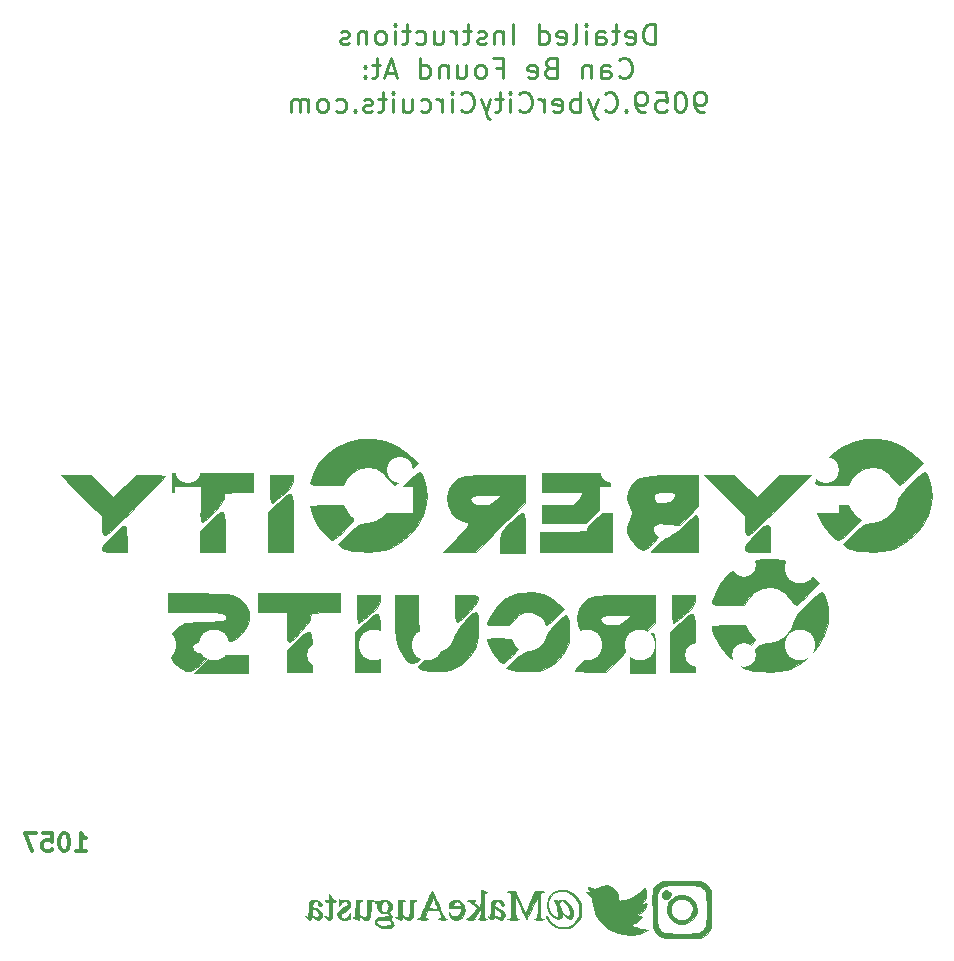
<source format=gbr>
G04 #@! TF.GenerationSoftware,KiCad,Pcbnew,(5.1.6)-1*
G04 #@! TF.CreationDate,2020-12-01T12:35:28-05:00*
G04 #@! TF.ProjectId,Synth,53796e74-682e-46b6-9963-61645f706362,rev?*
G04 #@! TF.SameCoordinates,Original*
G04 #@! TF.FileFunction,Legend,Bot*
G04 #@! TF.FilePolarity,Positive*
%FSLAX46Y46*%
G04 Gerber Fmt 4.6, Leading zero omitted, Abs format (unit mm)*
G04 Created by KiCad (PCBNEW (5.1.6)-1) date 2020-12-01 12:35:28*
%MOMM*%
%LPD*%
G01*
G04 APERTURE LIST*
%ADD10C,0.250000*%
%ADD11C,0.300000*%
%ADD12C,0.010000*%
%ADD13C,4.900000*%
%ADD14C,2.305000*%
%ADD15O,2.400000X2.305000*%
%ADD16C,2.600000*%
%ADD17C,3.100000*%
%ADD18C,2.000000*%
%ADD19C,4.400000*%
%ADD20C,2.200000*%
%ADD21R,2.200000X2.200000*%
%ADD22O,2.100000X2.100000*%
%ADD23R,2.100000X2.100000*%
%ADD24C,1.924000*%
%ADD25C,2.900000*%
%ADD26R,2.900000X2.900000*%
%ADD27R,2.000000X2.000000*%
G04 APERTURE END LIST*
D10*
X81711666Y-47446666D02*
X81711666Y-45696666D01*
X81295000Y-45696666D01*
X81045000Y-45780000D01*
X80878333Y-45946666D01*
X80795000Y-46113333D01*
X80711666Y-46446666D01*
X80711666Y-46696666D01*
X80795000Y-47030000D01*
X80878333Y-47196666D01*
X81045000Y-47363333D01*
X81295000Y-47446666D01*
X81711666Y-47446666D01*
X79295000Y-47363333D02*
X79461666Y-47446666D01*
X79795000Y-47446666D01*
X79961666Y-47363333D01*
X80045000Y-47196666D01*
X80045000Y-46530000D01*
X79961666Y-46363333D01*
X79795000Y-46280000D01*
X79461666Y-46280000D01*
X79295000Y-46363333D01*
X79211666Y-46530000D01*
X79211666Y-46696666D01*
X80045000Y-46863333D01*
X78711666Y-46280000D02*
X78045000Y-46280000D01*
X78461666Y-45696666D02*
X78461666Y-47196666D01*
X78378333Y-47363333D01*
X78211666Y-47446666D01*
X78045000Y-47446666D01*
X76711666Y-47446666D02*
X76711666Y-46530000D01*
X76795000Y-46363333D01*
X76961666Y-46280000D01*
X77295000Y-46280000D01*
X77461666Y-46363333D01*
X76711666Y-47363333D02*
X76878333Y-47446666D01*
X77295000Y-47446666D01*
X77461666Y-47363333D01*
X77545000Y-47196666D01*
X77545000Y-47030000D01*
X77461666Y-46863333D01*
X77295000Y-46780000D01*
X76878333Y-46780000D01*
X76711666Y-46696666D01*
X75878333Y-47446666D02*
X75878333Y-46280000D01*
X75878333Y-45696666D02*
X75961666Y-45780000D01*
X75878333Y-45863333D01*
X75795000Y-45780000D01*
X75878333Y-45696666D01*
X75878333Y-45863333D01*
X74795000Y-47446666D02*
X74961666Y-47363333D01*
X75045000Y-47196666D01*
X75045000Y-45696666D01*
X73461666Y-47363333D02*
X73628333Y-47446666D01*
X73961666Y-47446666D01*
X74128333Y-47363333D01*
X74211666Y-47196666D01*
X74211666Y-46530000D01*
X74128333Y-46363333D01*
X73961666Y-46280000D01*
X73628333Y-46280000D01*
X73461666Y-46363333D01*
X73378333Y-46530000D01*
X73378333Y-46696666D01*
X74211666Y-46863333D01*
X71878333Y-47446666D02*
X71878333Y-45696666D01*
X71878333Y-47363333D02*
X72045000Y-47446666D01*
X72378333Y-47446666D01*
X72545000Y-47363333D01*
X72628333Y-47280000D01*
X72711666Y-47113333D01*
X72711666Y-46613333D01*
X72628333Y-46446666D01*
X72545000Y-46363333D01*
X72378333Y-46280000D01*
X72045000Y-46280000D01*
X71878333Y-46363333D01*
X69711666Y-47446666D02*
X69711666Y-45696666D01*
X68878333Y-46280000D02*
X68878333Y-47446666D01*
X68878333Y-46446666D02*
X68795000Y-46363333D01*
X68628333Y-46280000D01*
X68378333Y-46280000D01*
X68211666Y-46363333D01*
X68128333Y-46530000D01*
X68128333Y-47446666D01*
X67378333Y-47363333D02*
X67211666Y-47446666D01*
X66878333Y-47446666D01*
X66711666Y-47363333D01*
X66628333Y-47196666D01*
X66628333Y-47113333D01*
X66711666Y-46946666D01*
X66878333Y-46863333D01*
X67128333Y-46863333D01*
X67295000Y-46780000D01*
X67378333Y-46613333D01*
X67378333Y-46530000D01*
X67295000Y-46363333D01*
X67128333Y-46280000D01*
X66878333Y-46280000D01*
X66711666Y-46363333D01*
X66128333Y-46280000D02*
X65461666Y-46280000D01*
X65878333Y-45696666D02*
X65878333Y-47196666D01*
X65795000Y-47363333D01*
X65628333Y-47446666D01*
X65461666Y-47446666D01*
X64878333Y-47446666D02*
X64878333Y-46280000D01*
X64878333Y-46613333D02*
X64795000Y-46446666D01*
X64711666Y-46363333D01*
X64545000Y-46280000D01*
X64378333Y-46280000D01*
X63045000Y-46280000D02*
X63045000Y-47446666D01*
X63795000Y-46280000D02*
X63795000Y-47196666D01*
X63711666Y-47363333D01*
X63545000Y-47446666D01*
X63295000Y-47446666D01*
X63128333Y-47363333D01*
X63045000Y-47280000D01*
X61461666Y-47363333D02*
X61628333Y-47446666D01*
X61961666Y-47446666D01*
X62128333Y-47363333D01*
X62211666Y-47280000D01*
X62295000Y-47113333D01*
X62295000Y-46613333D01*
X62211666Y-46446666D01*
X62128333Y-46363333D01*
X61961666Y-46280000D01*
X61628333Y-46280000D01*
X61461666Y-46363333D01*
X60961666Y-46280000D02*
X60295000Y-46280000D01*
X60711666Y-45696666D02*
X60711666Y-47196666D01*
X60628333Y-47363333D01*
X60461666Y-47446666D01*
X60295000Y-47446666D01*
X59711666Y-47446666D02*
X59711666Y-46280000D01*
X59711666Y-45696666D02*
X59795000Y-45780000D01*
X59711666Y-45863333D01*
X59628333Y-45780000D01*
X59711666Y-45696666D01*
X59711666Y-45863333D01*
X58628333Y-47446666D02*
X58795000Y-47363333D01*
X58878333Y-47280000D01*
X58961666Y-47113333D01*
X58961666Y-46613333D01*
X58878333Y-46446666D01*
X58795000Y-46363333D01*
X58628333Y-46280000D01*
X58378333Y-46280000D01*
X58211666Y-46363333D01*
X58128333Y-46446666D01*
X58045000Y-46613333D01*
X58045000Y-47113333D01*
X58128333Y-47280000D01*
X58211666Y-47363333D01*
X58378333Y-47446666D01*
X58628333Y-47446666D01*
X57295000Y-46280000D02*
X57295000Y-47446666D01*
X57295000Y-46446666D02*
X57211666Y-46363333D01*
X57045000Y-46280000D01*
X56795000Y-46280000D01*
X56628333Y-46363333D01*
X56545000Y-46530000D01*
X56545000Y-47446666D01*
X55795000Y-47363333D02*
X55628333Y-47446666D01*
X55295000Y-47446666D01*
X55128333Y-47363333D01*
X55045000Y-47196666D01*
X55045000Y-47113333D01*
X55128333Y-46946666D01*
X55295000Y-46863333D01*
X55545000Y-46863333D01*
X55711666Y-46780000D01*
X55795000Y-46613333D01*
X55795000Y-46530000D01*
X55711666Y-46363333D01*
X55545000Y-46280000D01*
X55295000Y-46280000D01*
X55128333Y-46363333D01*
X78670000Y-50155000D02*
X78753333Y-50238333D01*
X79003333Y-50321666D01*
X79170000Y-50321666D01*
X79420000Y-50238333D01*
X79586666Y-50071666D01*
X79670000Y-49905000D01*
X79753333Y-49571666D01*
X79753333Y-49321666D01*
X79670000Y-48988333D01*
X79586666Y-48821666D01*
X79420000Y-48655000D01*
X79170000Y-48571666D01*
X79003333Y-48571666D01*
X78753333Y-48655000D01*
X78670000Y-48738333D01*
X77170000Y-50321666D02*
X77170000Y-49405000D01*
X77253333Y-49238333D01*
X77420000Y-49155000D01*
X77753333Y-49155000D01*
X77920000Y-49238333D01*
X77170000Y-50238333D02*
X77336666Y-50321666D01*
X77753333Y-50321666D01*
X77920000Y-50238333D01*
X78003333Y-50071666D01*
X78003333Y-49905000D01*
X77920000Y-49738333D01*
X77753333Y-49655000D01*
X77336666Y-49655000D01*
X77170000Y-49571666D01*
X76336666Y-49155000D02*
X76336666Y-50321666D01*
X76336666Y-49321666D02*
X76253333Y-49238333D01*
X76086666Y-49155000D01*
X75836666Y-49155000D01*
X75670000Y-49238333D01*
X75586666Y-49405000D01*
X75586666Y-50321666D01*
X72836666Y-49405000D02*
X72586666Y-49488333D01*
X72503333Y-49571666D01*
X72420000Y-49738333D01*
X72420000Y-49988333D01*
X72503333Y-50155000D01*
X72586666Y-50238333D01*
X72753333Y-50321666D01*
X73420000Y-50321666D01*
X73420000Y-48571666D01*
X72836666Y-48571666D01*
X72670000Y-48655000D01*
X72586666Y-48738333D01*
X72503333Y-48905000D01*
X72503333Y-49071666D01*
X72586666Y-49238333D01*
X72670000Y-49321666D01*
X72836666Y-49405000D01*
X73420000Y-49405000D01*
X71003333Y-50238333D02*
X71170000Y-50321666D01*
X71503333Y-50321666D01*
X71670000Y-50238333D01*
X71753333Y-50071666D01*
X71753333Y-49405000D01*
X71670000Y-49238333D01*
X71503333Y-49155000D01*
X71170000Y-49155000D01*
X71003333Y-49238333D01*
X70920000Y-49405000D01*
X70920000Y-49571666D01*
X71753333Y-49738333D01*
X68253333Y-49405000D02*
X68836666Y-49405000D01*
X68836666Y-50321666D02*
X68836666Y-48571666D01*
X68003333Y-48571666D01*
X67086666Y-50321666D02*
X67253333Y-50238333D01*
X67336666Y-50155000D01*
X67420000Y-49988333D01*
X67420000Y-49488333D01*
X67336666Y-49321666D01*
X67253333Y-49238333D01*
X67086666Y-49155000D01*
X66836666Y-49155000D01*
X66670000Y-49238333D01*
X66586666Y-49321666D01*
X66503333Y-49488333D01*
X66503333Y-49988333D01*
X66586666Y-50155000D01*
X66670000Y-50238333D01*
X66836666Y-50321666D01*
X67086666Y-50321666D01*
X65003333Y-49155000D02*
X65003333Y-50321666D01*
X65753333Y-49155000D02*
X65753333Y-50071666D01*
X65670000Y-50238333D01*
X65503333Y-50321666D01*
X65253333Y-50321666D01*
X65086666Y-50238333D01*
X65003333Y-50155000D01*
X64170000Y-49155000D02*
X64170000Y-50321666D01*
X64170000Y-49321666D02*
X64086666Y-49238333D01*
X63920000Y-49155000D01*
X63670000Y-49155000D01*
X63503333Y-49238333D01*
X63420000Y-49405000D01*
X63420000Y-50321666D01*
X61836666Y-50321666D02*
X61836666Y-48571666D01*
X61836666Y-50238333D02*
X62003333Y-50321666D01*
X62336666Y-50321666D01*
X62503333Y-50238333D01*
X62586666Y-50155000D01*
X62670000Y-49988333D01*
X62670000Y-49488333D01*
X62586666Y-49321666D01*
X62503333Y-49238333D01*
X62336666Y-49155000D01*
X62003333Y-49155000D01*
X61836666Y-49238333D01*
X59753333Y-49821666D02*
X58920000Y-49821666D01*
X59920000Y-50321666D02*
X59336666Y-48571666D01*
X58753333Y-50321666D01*
X58420000Y-49155000D02*
X57753333Y-49155000D01*
X58170000Y-48571666D02*
X58170000Y-50071666D01*
X58086666Y-50238333D01*
X57920000Y-50321666D01*
X57753333Y-50321666D01*
X57170000Y-50155000D02*
X57086666Y-50238333D01*
X57170000Y-50321666D01*
X57253333Y-50238333D01*
X57170000Y-50155000D01*
X57170000Y-50321666D01*
X57170000Y-49238333D02*
X57086666Y-49321666D01*
X57170000Y-49405000D01*
X57253333Y-49321666D01*
X57170000Y-49238333D01*
X57170000Y-49405000D01*
X85878333Y-53196666D02*
X85545000Y-53196666D01*
X85378333Y-53113333D01*
X85295000Y-53030000D01*
X85128333Y-52780000D01*
X85045000Y-52446666D01*
X85045000Y-51780000D01*
X85128333Y-51613333D01*
X85211666Y-51530000D01*
X85378333Y-51446666D01*
X85711666Y-51446666D01*
X85878333Y-51530000D01*
X85961666Y-51613333D01*
X86045000Y-51780000D01*
X86045000Y-52196666D01*
X85961666Y-52363333D01*
X85878333Y-52446666D01*
X85711666Y-52530000D01*
X85378333Y-52530000D01*
X85211666Y-52446666D01*
X85128333Y-52363333D01*
X85045000Y-52196666D01*
X83961666Y-51446666D02*
X83795000Y-51446666D01*
X83628333Y-51530000D01*
X83545000Y-51613333D01*
X83461666Y-51780000D01*
X83378333Y-52113333D01*
X83378333Y-52530000D01*
X83461666Y-52863333D01*
X83545000Y-53030000D01*
X83628333Y-53113333D01*
X83795000Y-53196666D01*
X83961666Y-53196666D01*
X84128333Y-53113333D01*
X84211666Y-53030000D01*
X84295000Y-52863333D01*
X84378333Y-52530000D01*
X84378333Y-52113333D01*
X84295000Y-51780000D01*
X84211666Y-51613333D01*
X84128333Y-51530000D01*
X83961666Y-51446666D01*
X81795000Y-51446666D02*
X82628333Y-51446666D01*
X82711666Y-52280000D01*
X82628333Y-52196666D01*
X82461666Y-52113333D01*
X82045000Y-52113333D01*
X81878333Y-52196666D01*
X81795000Y-52280000D01*
X81711666Y-52446666D01*
X81711666Y-52863333D01*
X81795000Y-53030000D01*
X81878333Y-53113333D01*
X82045000Y-53196666D01*
X82461666Y-53196666D01*
X82628333Y-53113333D01*
X82711666Y-53030000D01*
X80878333Y-53196666D02*
X80545000Y-53196666D01*
X80378333Y-53113333D01*
X80295000Y-53030000D01*
X80128333Y-52780000D01*
X80045000Y-52446666D01*
X80045000Y-51780000D01*
X80128333Y-51613333D01*
X80211666Y-51530000D01*
X80378333Y-51446666D01*
X80711666Y-51446666D01*
X80878333Y-51530000D01*
X80961666Y-51613333D01*
X81045000Y-51780000D01*
X81045000Y-52196666D01*
X80961666Y-52363333D01*
X80878333Y-52446666D01*
X80711666Y-52530000D01*
X80378333Y-52530000D01*
X80211666Y-52446666D01*
X80128333Y-52363333D01*
X80045000Y-52196666D01*
X79295000Y-53030000D02*
X79211666Y-53113333D01*
X79295000Y-53196666D01*
X79378333Y-53113333D01*
X79295000Y-53030000D01*
X79295000Y-53196666D01*
X77461666Y-53030000D02*
X77545000Y-53113333D01*
X77795000Y-53196666D01*
X77961666Y-53196666D01*
X78211666Y-53113333D01*
X78378333Y-52946666D01*
X78461666Y-52780000D01*
X78545000Y-52446666D01*
X78545000Y-52196666D01*
X78461666Y-51863333D01*
X78378333Y-51696666D01*
X78211666Y-51530000D01*
X77961666Y-51446666D01*
X77795000Y-51446666D01*
X77545000Y-51530000D01*
X77461666Y-51613333D01*
X76878333Y-52030000D02*
X76461666Y-53196666D01*
X76045000Y-52030000D02*
X76461666Y-53196666D01*
X76628333Y-53613333D01*
X76711666Y-53696666D01*
X76878333Y-53780000D01*
X75378333Y-53196666D02*
X75378333Y-51446666D01*
X75378333Y-52113333D02*
X75211666Y-52030000D01*
X74878333Y-52030000D01*
X74711666Y-52113333D01*
X74628333Y-52196666D01*
X74545000Y-52363333D01*
X74545000Y-52863333D01*
X74628333Y-53030000D01*
X74711666Y-53113333D01*
X74878333Y-53196666D01*
X75211666Y-53196666D01*
X75378333Y-53113333D01*
X73128333Y-53113333D02*
X73295000Y-53196666D01*
X73628333Y-53196666D01*
X73795000Y-53113333D01*
X73878333Y-52946666D01*
X73878333Y-52280000D01*
X73795000Y-52113333D01*
X73628333Y-52030000D01*
X73295000Y-52030000D01*
X73128333Y-52113333D01*
X73045000Y-52280000D01*
X73045000Y-52446666D01*
X73878333Y-52613333D01*
X72295000Y-53196666D02*
X72295000Y-52030000D01*
X72295000Y-52363333D02*
X72211666Y-52196666D01*
X72128333Y-52113333D01*
X71961666Y-52030000D01*
X71795000Y-52030000D01*
X70211666Y-53030000D02*
X70295000Y-53113333D01*
X70545000Y-53196666D01*
X70711666Y-53196666D01*
X70961666Y-53113333D01*
X71128333Y-52946666D01*
X71211666Y-52780000D01*
X71295000Y-52446666D01*
X71295000Y-52196666D01*
X71211666Y-51863333D01*
X71128333Y-51696666D01*
X70961666Y-51530000D01*
X70711666Y-51446666D01*
X70545000Y-51446666D01*
X70295000Y-51530000D01*
X70211666Y-51613333D01*
X69461666Y-53196666D02*
X69461666Y-52030000D01*
X69461666Y-51446666D02*
X69545000Y-51530000D01*
X69461666Y-51613333D01*
X69378333Y-51530000D01*
X69461666Y-51446666D01*
X69461666Y-51613333D01*
X68878333Y-52030000D02*
X68211666Y-52030000D01*
X68628333Y-51446666D02*
X68628333Y-52946666D01*
X68545000Y-53113333D01*
X68378333Y-53196666D01*
X68211666Y-53196666D01*
X67795000Y-52030000D02*
X67378333Y-53196666D01*
X66961666Y-52030000D02*
X67378333Y-53196666D01*
X67545000Y-53613333D01*
X67628333Y-53696666D01*
X67795000Y-53780000D01*
X65295000Y-53030000D02*
X65378333Y-53113333D01*
X65628333Y-53196666D01*
X65795000Y-53196666D01*
X66045000Y-53113333D01*
X66211666Y-52946666D01*
X66295000Y-52780000D01*
X66378333Y-52446666D01*
X66378333Y-52196666D01*
X66295000Y-51863333D01*
X66211666Y-51696666D01*
X66045000Y-51530000D01*
X65795000Y-51446666D01*
X65628333Y-51446666D01*
X65378333Y-51530000D01*
X65295000Y-51613333D01*
X64545000Y-53196666D02*
X64545000Y-52030000D01*
X64545000Y-51446666D02*
X64628333Y-51530000D01*
X64545000Y-51613333D01*
X64461666Y-51530000D01*
X64545000Y-51446666D01*
X64545000Y-51613333D01*
X63711666Y-53196666D02*
X63711666Y-52030000D01*
X63711666Y-52363333D02*
X63628333Y-52196666D01*
X63545000Y-52113333D01*
X63378333Y-52030000D01*
X63211666Y-52030000D01*
X61878333Y-53113333D02*
X62045000Y-53196666D01*
X62378333Y-53196666D01*
X62545000Y-53113333D01*
X62628333Y-53030000D01*
X62711666Y-52863333D01*
X62711666Y-52363333D01*
X62628333Y-52196666D01*
X62545000Y-52113333D01*
X62378333Y-52030000D01*
X62045000Y-52030000D01*
X61878333Y-52113333D01*
X60378333Y-52030000D02*
X60378333Y-53196666D01*
X61128333Y-52030000D02*
X61128333Y-52946666D01*
X61045000Y-53113333D01*
X60878333Y-53196666D01*
X60628333Y-53196666D01*
X60461666Y-53113333D01*
X60378333Y-53030000D01*
X59545000Y-53196666D02*
X59545000Y-52030000D01*
X59545000Y-51446666D02*
X59628333Y-51530000D01*
X59545000Y-51613333D01*
X59461666Y-51530000D01*
X59545000Y-51446666D01*
X59545000Y-51613333D01*
X58961666Y-52030000D02*
X58295000Y-52030000D01*
X58711666Y-51446666D02*
X58711666Y-52946666D01*
X58628333Y-53113333D01*
X58461666Y-53196666D01*
X58295000Y-53196666D01*
X57795000Y-53113333D02*
X57628333Y-53196666D01*
X57295000Y-53196666D01*
X57128333Y-53113333D01*
X57045000Y-52946666D01*
X57045000Y-52863333D01*
X57128333Y-52696666D01*
X57295000Y-52613333D01*
X57545000Y-52613333D01*
X57711666Y-52530000D01*
X57795000Y-52363333D01*
X57795000Y-52280000D01*
X57711666Y-52113333D01*
X57545000Y-52030000D01*
X57295000Y-52030000D01*
X57128333Y-52113333D01*
X56295000Y-53030000D02*
X56211666Y-53113333D01*
X56295000Y-53196666D01*
X56378333Y-53113333D01*
X56295000Y-53030000D01*
X56295000Y-53196666D01*
X54711666Y-53113333D02*
X54878333Y-53196666D01*
X55211666Y-53196666D01*
X55378333Y-53113333D01*
X55461666Y-53030000D01*
X55545000Y-52863333D01*
X55545000Y-52363333D01*
X55461666Y-52196666D01*
X55378333Y-52113333D01*
X55211666Y-52030000D01*
X54878333Y-52030000D01*
X54711666Y-52113333D01*
X53711666Y-53196666D02*
X53878333Y-53113333D01*
X53961666Y-53030000D01*
X54045000Y-52863333D01*
X54045000Y-52363333D01*
X53961666Y-52196666D01*
X53878333Y-52113333D01*
X53711666Y-52030000D01*
X53461666Y-52030000D01*
X53295000Y-52113333D01*
X53211666Y-52196666D01*
X53128333Y-52363333D01*
X53128333Y-52863333D01*
X53211666Y-53030000D01*
X53295000Y-53113333D01*
X53461666Y-53196666D01*
X53711666Y-53196666D01*
X52378333Y-53196666D02*
X52378333Y-52030000D01*
X52378333Y-52196666D02*
X52295000Y-52113333D01*
X52128333Y-52030000D01*
X51878333Y-52030000D01*
X51711666Y-52113333D01*
X51628333Y-52280000D01*
X51628333Y-53196666D01*
X51628333Y-52280000D02*
X51545000Y-52113333D01*
X51378333Y-52030000D01*
X51128333Y-52030000D01*
X50961666Y-52113333D01*
X50878333Y-52280000D01*
X50878333Y-53196666D01*
D11*
X32702285Y-115740571D02*
X33559428Y-115740571D01*
X33130857Y-115740571D02*
X33130857Y-114240571D01*
X33273714Y-114454857D01*
X33416571Y-114597714D01*
X33559428Y-114669142D01*
X31773714Y-114240571D02*
X31630857Y-114240571D01*
X31488000Y-114312000D01*
X31416571Y-114383428D01*
X31345142Y-114526285D01*
X31273714Y-114812000D01*
X31273714Y-115169142D01*
X31345142Y-115454857D01*
X31416571Y-115597714D01*
X31488000Y-115669142D01*
X31630857Y-115740571D01*
X31773714Y-115740571D01*
X31916571Y-115669142D01*
X31988000Y-115597714D01*
X32059428Y-115454857D01*
X32130857Y-115169142D01*
X32130857Y-114812000D01*
X32059428Y-114526285D01*
X31988000Y-114383428D01*
X31916571Y-114312000D01*
X31773714Y-114240571D01*
X29916571Y-114240571D02*
X30630857Y-114240571D01*
X30702285Y-114954857D01*
X30630857Y-114883428D01*
X30488000Y-114812000D01*
X30130857Y-114812000D01*
X29988000Y-114883428D01*
X29916571Y-114954857D01*
X29845142Y-115097714D01*
X29845142Y-115454857D01*
X29916571Y-115597714D01*
X29988000Y-115669142D01*
X30130857Y-115740571D01*
X30488000Y-115740571D01*
X30630857Y-115669142D01*
X30702285Y-115597714D01*
X29345142Y-114240571D02*
X28345142Y-114240571D01*
X28988000Y-115740571D01*
D12*
G36*
X81256289Y-97407532D02*
G01*
X80918454Y-97665924D01*
X80520984Y-98035088D01*
X80412480Y-98146413D01*
X80019762Y-98566241D01*
X79783244Y-98866889D01*
X79663326Y-99132430D01*
X79620408Y-99446936D01*
X79614889Y-99839746D01*
X79614889Y-100696888D01*
X81731556Y-100696888D01*
X81731556Y-99003555D01*
X81728203Y-98286813D01*
X81713384Y-97805889D01*
X81679960Y-97514411D01*
X81620789Y-97366007D01*
X81528731Y-97314306D01*
X81470813Y-97310222D01*
X81256289Y-97407532D01*
G37*
X81256289Y-97407532D02*
X80918454Y-97665924D01*
X80520984Y-98035088D01*
X80412480Y-98146413D01*
X80019762Y-98566241D01*
X79783244Y-98866889D01*
X79663326Y-99132430D01*
X79620408Y-99446936D01*
X79614889Y-99839746D01*
X79614889Y-100696888D01*
X81731556Y-100696888D01*
X81731556Y-99003555D01*
X81728203Y-98286813D01*
X81713384Y-97805889D01*
X81679960Y-97514411D01*
X81620789Y-97366007D01*
X81528731Y-97314306D01*
X81470813Y-97310222D01*
X81256289Y-97407532D01*
G36*
X43490444Y-99920777D02*
G01*
X42723974Y-100696888D01*
X47300444Y-100696888D01*
X47300444Y-99144666D01*
X44256915Y-99144666D01*
X43490444Y-99920777D01*
G37*
X43490444Y-99920777D02*
X42723974Y-100696888D01*
X47300444Y-100696888D01*
X47300444Y-99144666D01*
X44256915Y-99144666D01*
X43490444Y-99920777D01*
G36*
X95654634Y-93872501D02*
G01*
X95335541Y-94109187D01*
X94940711Y-94467561D01*
X94518678Y-94896902D01*
X94117976Y-95346489D01*
X93787140Y-95765602D01*
X93574704Y-96103518D01*
X93525904Y-96236455D01*
X93261999Y-96919682D01*
X92783783Y-97498670D01*
X92154134Y-97922238D01*
X91435931Y-98139209D01*
X91166468Y-98156888D01*
X90894352Y-98188731D01*
X90627242Y-98310650D01*
X90304463Y-98562232D01*
X89865338Y-98983061D01*
X89801069Y-99047696D01*
X88918180Y-99938503D01*
X89219829Y-100211863D01*
X89539292Y-100363983D01*
X90065804Y-100471211D01*
X90727506Y-100531794D01*
X91452543Y-100543974D01*
X92169055Y-100505997D01*
X92805185Y-100416107D01*
X93198706Y-100309059D01*
X94088662Y-99846244D01*
X94888950Y-99173005D01*
X95559272Y-98345716D01*
X96059328Y-97420753D01*
X96348819Y-96454489D01*
X96404969Y-95823837D01*
X96365166Y-95262158D01*
X96263096Y-94703180D01*
X96119835Y-94223379D01*
X95956460Y-93899231D01*
X95849454Y-93808225D01*
X95654634Y-93872501D01*
G37*
X95654634Y-93872501D02*
X95335541Y-94109187D01*
X94940711Y-94467561D01*
X94518678Y-94896902D01*
X94117976Y-95346489D01*
X93787140Y-95765602D01*
X93574704Y-96103518D01*
X93525904Y-96236455D01*
X93261999Y-96919682D01*
X92783783Y-97498670D01*
X92154134Y-97922238D01*
X91435931Y-98139209D01*
X91166468Y-98156888D01*
X90894352Y-98188731D01*
X90627242Y-98310650D01*
X90304463Y-98562232D01*
X89865338Y-98983061D01*
X89801069Y-99047696D01*
X88918180Y-99938503D01*
X89219829Y-100211863D01*
X89539292Y-100363983D01*
X90065804Y-100471211D01*
X90727506Y-100531794D01*
X91452543Y-100543974D01*
X92169055Y-100505997D01*
X92805185Y-100416107D01*
X93198706Y-100309059D01*
X94088662Y-99846244D01*
X94888950Y-99173005D01*
X95559272Y-98345716D01*
X96059328Y-97420753D01*
X96348819Y-96454489D01*
X96404969Y-95823837D01*
X96365166Y-95262158D01*
X96263096Y-94703180D01*
X96119835Y-94223379D01*
X95956460Y-93899231D01*
X95849454Y-93808225D01*
X95654634Y-93872501D01*
G36*
X84528933Y-95762275D02*
G01*
X84188861Y-96060702D01*
X83817036Y-96423860D01*
X83001556Y-97230832D01*
X83001556Y-100555777D01*
X85118222Y-100555777D01*
X85118222Y-98086333D01*
X85114840Y-97109596D01*
X85094304Y-96395166D01*
X85041030Y-95923130D01*
X84939433Y-95673577D01*
X84773929Y-95626596D01*
X84528933Y-95762275D01*
G37*
X84528933Y-95762275D02*
X84188861Y-96060702D01*
X83817036Y-96423860D01*
X83001556Y-97230832D01*
X83001556Y-100555777D01*
X85118222Y-100555777D01*
X85118222Y-98086333D01*
X85114840Y-97109596D01*
X85094304Y-96395166D01*
X85041030Y-95923130D01*
X84939433Y-95673577D01*
X84773929Y-95626596D01*
X84528933Y-95762275D01*
G36*
X79226833Y-94067765D02*
G01*
X78287772Y-94072874D01*
X77582686Y-94088304D01*
X77063398Y-94118190D01*
X76681729Y-94166666D01*
X76389502Y-94237868D01*
X76146962Y-94332087D01*
X75618809Y-94713929D01*
X75271522Y-95258459D01*
X75119397Y-95900541D01*
X75176732Y-96575039D01*
X75457822Y-97216815D01*
X75500219Y-97278697D01*
X75737634Y-97552104D01*
X76047374Y-97763641D01*
X76509494Y-97960611D01*
X76854271Y-98078780D01*
X76950527Y-98143012D01*
X76935059Y-98264716D01*
X76783798Y-98478914D01*
X76472671Y-98820627D01*
X76042882Y-99259295D01*
X75603099Y-99710546D01*
X75248981Y-100090789D01*
X75021506Y-100354919D01*
X74958222Y-100453066D01*
X75088968Y-100497712D01*
X75439833Y-100532553D01*
X75948756Y-100552712D01*
X76265264Y-100555777D01*
X77572307Y-100555777D01*
X79651931Y-98472680D01*
X81731556Y-96389583D01*
X81731556Y-95758000D01*
X79667690Y-95758000D01*
X79262111Y-96181333D01*
X78972013Y-96439962D01*
X78672052Y-96565867D01*
X78240840Y-96603718D01*
X78111786Y-96604666D01*
X77639086Y-96581486D01*
X77367019Y-96495812D01*
X77220965Y-96331721D01*
X77106078Y-96075747D01*
X77115612Y-95909428D01*
X77287726Y-95813735D01*
X77660575Y-95769635D01*
X78272317Y-95758100D01*
X78371290Y-95758000D01*
X79667690Y-95758000D01*
X81731556Y-95758000D01*
X81731556Y-94064666D01*
X79226833Y-94067765D01*
G37*
X79226833Y-94067765D02*
X78287772Y-94072874D01*
X77582686Y-94088304D01*
X77063398Y-94118190D01*
X76681729Y-94166666D01*
X76389502Y-94237868D01*
X76146962Y-94332087D01*
X75618809Y-94713929D01*
X75271522Y-95258459D01*
X75119397Y-95900541D01*
X75176732Y-96575039D01*
X75457822Y-97216815D01*
X75500219Y-97278697D01*
X75737634Y-97552104D01*
X76047374Y-97763641D01*
X76509494Y-97960611D01*
X76854271Y-98078780D01*
X76950527Y-98143012D01*
X76935059Y-98264716D01*
X76783798Y-98478914D01*
X76472671Y-98820627D01*
X76042882Y-99259295D01*
X75603099Y-99710546D01*
X75248981Y-100090789D01*
X75021506Y-100354919D01*
X74958222Y-100453066D01*
X75088968Y-100497712D01*
X75439833Y-100532553D01*
X75948756Y-100552712D01*
X76265264Y-100555777D01*
X77572307Y-100555777D01*
X79651931Y-98472680D01*
X81731556Y-96389583D01*
X81731556Y-95758000D01*
X79667690Y-95758000D01*
X79262111Y-96181333D01*
X78972013Y-96439962D01*
X78672052Y-96565867D01*
X78240840Y-96603718D01*
X78111786Y-96604666D01*
X77639086Y-96581486D01*
X77367019Y-96495812D01*
X77220965Y-96331721D01*
X77106078Y-96075747D01*
X77115612Y-95909428D01*
X77287726Y-95813735D01*
X77660575Y-95769635D01*
X78272317Y-95758100D01*
X78371290Y-95758000D01*
X79667690Y-95758000D01*
X81731556Y-95758000D01*
X81731556Y-94064666D01*
X79226833Y-94067765D01*
G36*
X73917734Y-95921068D02*
G01*
X73591424Y-96189967D01*
X73238475Y-96544054D01*
X72905531Y-96935782D01*
X72639234Y-97317603D01*
X72486224Y-97641971D01*
X72473475Y-97694941D01*
X72246996Y-98179653D01*
X71800806Y-98559793D01*
X71190637Y-98792289D01*
X71013953Y-98822978D01*
X70610461Y-98936407D01*
X70209698Y-99194655D01*
X69808925Y-99566722D01*
X69148285Y-100237447D01*
X69604866Y-100396612D01*
X70064997Y-100490959D01*
X70683836Y-100535568D01*
X71342108Y-100529429D01*
X71920537Y-100471531D01*
X72158206Y-100418237D01*
X72893756Y-100064067D01*
X73563342Y-99500242D01*
X74097330Y-98799303D01*
X74417892Y-98064215D01*
X74487086Y-97564329D01*
X74485529Y-96930931D01*
X74420250Y-96301803D01*
X74303875Y-95829022D01*
X74170766Y-95784904D01*
X73917734Y-95921068D01*
G37*
X73917734Y-95921068D02*
X73591424Y-96189967D01*
X73238475Y-96544054D01*
X72905531Y-96935782D01*
X72639234Y-97317603D01*
X72486224Y-97641971D01*
X72473475Y-97694941D01*
X72246996Y-98179653D01*
X71800806Y-98559793D01*
X71190637Y-98792289D01*
X71013953Y-98822978D01*
X70610461Y-98936407D01*
X70209698Y-99194655D01*
X69808925Y-99566722D01*
X69148285Y-100237447D01*
X69604866Y-100396612D01*
X70064997Y-100490959D01*
X70683836Y-100535568D01*
X71342108Y-100529429D01*
X71920537Y-100471531D01*
X72158206Y-100418237D01*
X72893756Y-100064067D01*
X73563342Y-99500242D01*
X74097330Y-98799303D01*
X74417892Y-98064215D01*
X74487086Y-97564329D01*
X74485529Y-96930931D01*
X74420250Y-96301803D01*
X74303875Y-95829022D01*
X74170766Y-95784904D01*
X73917734Y-95921068D01*
G36*
X66357079Y-95584435D02*
G01*
X66020866Y-95870165D01*
X65636565Y-96272603D01*
X65256411Y-96731385D01*
X64932637Y-97186145D01*
X64717478Y-97576519D01*
X64676374Y-97690707D01*
X64416624Y-98244853D01*
X64022848Y-98651415D01*
X63558084Y-98851463D01*
X63422942Y-98862444D01*
X63172488Y-98943208D01*
X62807814Y-99149296D01*
X62403422Y-99426399D01*
X62033814Y-99720209D01*
X61773490Y-99976417D01*
X61693778Y-100122934D01*
X61822227Y-100304581D01*
X62164832Y-100435980D01*
X62657482Y-100513954D01*
X63236061Y-100535325D01*
X63836459Y-100496917D01*
X64394563Y-100395551D01*
X64751012Y-100274442D01*
X65373864Y-99889507D01*
X65953935Y-99343025D01*
X66404022Y-98726739D01*
X66579074Y-98351194D01*
X66675136Y-97948391D01*
X66739212Y-97428860D01*
X66770972Y-96861235D01*
X66770082Y-96314152D01*
X66736212Y-95856245D01*
X66669030Y-95556149D01*
X66592972Y-95475777D01*
X66357079Y-95584435D01*
G37*
X66357079Y-95584435D02*
X66020866Y-95870165D01*
X65636565Y-96272603D01*
X65256411Y-96731385D01*
X64932637Y-97186145D01*
X64717478Y-97576519D01*
X64676374Y-97690707D01*
X64416624Y-98244853D01*
X64022848Y-98651415D01*
X63558084Y-98851463D01*
X63422942Y-98862444D01*
X63172488Y-98943208D01*
X62807814Y-99149296D01*
X62403422Y-99426399D01*
X62033814Y-99720209D01*
X61773490Y-99976417D01*
X61693778Y-100122934D01*
X61822227Y-100304581D01*
X62164832Y-100435980D01*
X62657482Y-100513954D01*
X63236061Y-100535325D01*
X63836459Y-100496917D01*
X64394563Y-100395551D01*
X64751012Y-100274442D01*
X65373864Y-99889507D01*
X65953935Y-99343025D01*
X66404022Y-98726739D01*
X66579074Y-98351194D01*
X66675136Y-97948391D01*
X66739212Y-97428860D01*
X66770972Y-96861235D01*
X66770082Y-96314152D01*
X66736212Y-95856245D01*
X66669030Y-95556149D01*
X66592972Y-95475777D01*
X66357079Y-95584435D01*
G36*
X57858933Y-95762275D02*
G01*
X57518861Y-96060702D01*
X57147036Y-96423860D01*
X56331556Y-97230832D01*
X56331556Y-100555777D01*
X58448222Y-100555777D01*
X58448222Y-98086333D01*
X58444840Y-97109596D01*
X58424304Y-96395166D01*
X58371030Y-95923130D01*
X58269433Y-95673577D01*
X58103929Y-95626596D01*
X57858933Y-95762275D01*
G37*
X57858933Y-95762275D02*
X57518861Y-96060702D01*
X57147036Y-96423860D01*
X56331556Y-97230832D01*
X56331556Y-100555777D01*
X58448222Y-100555777D01*
X58448222Y-98086333D01*
X58444840Y-97109596D01*
X58424304Y-96395166D01*
X58371030Y-95923130D01*
X58269433Y-95673577D01*
X58103929Y-95626596D01*
X57858933Y-95762275D01*
G36*
X52030809Y-97345669D02*
G01*
X51617050Y-97721300D01*
X51352972Y-97984591D01*
X50546000Y-98800072D01*
X50546000Y-100555777D01*
X52662667Y-100555777D01*
X52662667Y-98862444D01*
X52652475Y-98055885D01*
X52606817Y-97516092D01*
X52503069Y-97227901D01*
X52318607Y-97176148D01*
X52030809Y-97345669D01*
G37*
X52030809Y-97345669D02*
X51617050Y-97721300D01*
X51352972Y-97984591D01*
X50546000Y-98800072D01*
X50546000Y-100555777D01*
X52662667Y-100555777D01*
X52662667Y-98862444D01*
X52652475Y-98055885D01*
X52606817Y-97516092D01*
X52503069Y-97227901D01*
X52318607Y-97176148D01*
X52030809Y-97345669D01*
G36*
X40527111Y-95475777D02*
G01*
X42838166Y-95475777D01*
X43792678Y-95482770D01*
X44496405Y-95508664D01*
X44980552Y-95560838D01*
X45276321Y-95646668D01*
X45414915Y-95773530D01*
X45427537Y-95948801D01*
X45388248Y-96078647D01*
X45298362Y-96174229D01*
X45085084Y-96242975D01*
X44705060Y-96291259D01*
X44114934Y-96325454D01*
X43586647Y-96343477D01*
X42837101Y-96370750D01*
X42309493Y-96408605D01*
X41943540Y-96467208D01*
X41678960Y-96556723D01*
X41455467Y-96687314D01*
X41426453Y-96707721D01*
X40926212Y-97212767D01*
X40638272Y-97820744D01*
X40552017Y-98476111D01*
X40656831Y-99123330D01*
X40942095Y-99706861D01*
X41397194Y-100171164D01*
X42011511Y-100460699D01*
X42149889Y-100492241D01*
X42389985Y-100510349D01*
X42614242Y-100436487D01*
X42887017Y-100232731D01*
X43272666Y-99861160D01*
X43344513Y-99788315D01*
X44115804Y-99003555D01*
X43467625Y-99003555D01*
X42919544Y-98935714D01*
X42608982Y-98736753D01*
X42544722Y-98413519D01*
X42571073Y-98304771D01*
X42630513Y-98179261D01*
X42747871Y-98096426D01*
X42974312Y-98047485D01*
X43361001Y-98023659D01*
X43959104Y-98016167D01*
X44255197Y-98015777D01*
X44969592Y-98010014D01*
X45466882Y-97986046D01*
X45812061Y-97933860D01*
X46070128Y-97843438D01*
X46306079Y-97704767D01*
X46315678Y-97698277D01*
X46689595Y-97366147D01*
X47039294Y-96933742D01*
X47113408Y-96816333D01*
X47356218Y-96151683D01*
X47341438Y-95489736D01*
X47088713Y-94886019D01*
X46617690Y-94396059D01*
X46170520Y-94151272D01*
X45890731Y-94063903D01*
X45524348Y-94000797D01*
X45026629Y-93958674D01*
X44352826Y-93934254D01*
X43458197Y-93924256D01*
X43064256Y-93923555D01*
X40527111Y-93923555D01*
X40527111Y-95475777D01*
G37*
X40527111Y-95475777D02*
X42838166Y-95475777D01*
X43792678Y-95482770D01*
X44496405Y-95508664D01*
X44980552Y-95560838D01*
X45276321Y-95646668D01*
X45414915Y-95773530D01*
X45427537Y-95948801D01*
X45388248Y-96078647D01*
X45298362Y-96174229D01*
X45085084Y-96242975D01*
X44705060Y-96291259D01*
X44114934Y-96325454D01*
X43586647Y-96343477D01*
X42837101Y-96370750D01*
X42309493Y-96408605D01*
X41943540Y-96467208D01*
X41678960Y-96556723D01*
X41455467Y-96687314D01*
X41426453Y-96707721D01*
X40926212Y-97212767D01*
X40638272Y-97820744D01*
X40552017Y-98476111D01*
X40656831Y-99123330D01*
X40942095Y-99706861D01*
X41397194Y-100171164D01*
X42011511Y-100460699D01*
X42149889Y-100492241D01*
X42389985Y-100510349D01*
X42614242Y-100436487D01*
X42887017Y-100232731D01*
X43272666Y-99861160D01*
X43344513Y-99788315D01*
X44115804Y-99003555D01*
X43467625Y-99003555D01*
X42919544Y-98935714D01*
X42608982Y-98736753D01*
X42544722Y-98413519D01*
X42571073Y-98304771D01*
X42630513Y-98179261D01*
X42747871Y-98096426D01*
X42974312Y-98047485D01*
X43361001Y-98023659D01*
X43959104Y-98016167D01*
X44255197Y-98015777D01*
X44969592Y-98010014D01*
X45466882Y-97986046D01*
X45812061Y-97933860D01*
X46070128Y-97843438D01*
X46306079Y-97704767D01*
X46315678Y-97698277D01*
X46689595Y-97366147D01*
X47039294Y-96933742D01*
X47113408Y-96816333D01*
X47356218Y-96151683D01*
X47341438Y-95489736D01*
X47088713Y-94886019D01*
X46617690Y-94396059D01*
X46170520Y-94151272D01*
X45890731Y-94063903D01*
X45524348Y-94000797D01*
X45026629Y-93958674D01*
X44352826Y-93934254D01*
X43458197Y-93924256D01*
X43064256Y-93923555D01*
X40527111Y-93923555D01*
X40527111Y-95475777D01*
G36*
X68015122Y-97740221D02*
G01*
X67647668Y-97757827D01*
X67482380Y-97782782D01*
X67479333Y-97786878D01*
X67558037Y-98083996D01*
X67761966Y-98493347D01*
X68042847Y-98944565D01*
X68352406Y-99367287D01*
X68642371Y-99691146D01*
X68864468Y-99845779D01*
X68894876Y-99850222D01*
X69034626Y-99758552D01*
X69309686Y-99519514D01*
X69622097Y-99222180D01*
X69978835Y-98838293D01*
X70113608Y-98605763D01*
X70067459Y-98520585D01*
X69869680Y-98345655D01*
X69713240Y-98090293D01*
X69608996Y-97906107D01*
X69458896Y-97799299D01*
X69192722Y-97748963D01*
X68740251Y-97734192D01*
X68515016Y-97733555D01*
X68015122Y-97740221D01*
G37*
X68015122Y-97740221D02*
X67647668Y-97757827D01*
X67482380Y-97782782D01*
X67479333Y-97786878D01*
X67558037Y-98083996D01*
X67761966Y-98493347D01*
X68042847Y-98944565D01*
X68352406Y-99367287D01*
X68642371Y-99691146D01*
X68864468Y-99845779D01*
X68894876Y-99850222D01*
X69034626Y-99758552D01*
X69309686Y-99519514D01*
X69622097Y-99222180D01*
X69978835Y-98838293D01*
X70113608Y-98605763D01*
X70067459Y-98520585D01*
X69869680Y-98345655D01*
X69713240Y-98090293D01*
X69608996Y-97906107D01*
X69458896Y-97799299D01*
X69192722Y-97748963D01*
X68740251Y-97734192D01*
X68515016Y-97733555D01*
X68015122Y-97740221D01*
G36*
X59718222Y-95806128D02*
G01*
X59741932Y-96855323D01*
X59821126Y-97680854D01*
X59967900Y-98337924D01*
X60194347Y-98881735D01*
X60492951Y-99341978D01*
X60841751Y-99704290D01*
X61182643Y-99823267D01*
X61564231Y-99698141D01*
X62035120Y-99328150D01*
X62046556Y-99317527D01*
X62611000Y-98791888D01*
X62240971Y-98405769D01*
X62027387Y-98144780D01*
X61876452Y-97845080D01*
X61777942Y-97454227D01*
X61721631Y-96919777D01*
X61697295Y-96189288D01*
X61693778Y-95599250D01*
X61693778Y-94064666D01*
X59718222Y-94064666D01*
X59718222Y-95806128D01*
G37*
X59718222Y-95806128D02*
X59741932Y-96855323D01*
X59821126Y-97680854D01*
X59967900Y-98337924D01*
X60194347Y-98881735D01*
X60492951Y-99341978D01*
X60841751Y-99704290D01*
X61182643Y-99823267D01*
X61564231Y-99698141D01*
X62035120Y-99328150D01*
X62046556Y-99317527D01*
X62611000Y-98791888D01*
X62240971Y-98405769D01*
X62027387Y-98144780D01*
X61876452Y-97845080D01*
X61777942Y-97454227D01*
X61721631Y-96919777D01*
X61697295Y-96189288D01*
X61693778Y-95599250D01*
X61693778Y-94064666D01*
X59718222Y-94064666D01*
X59718222Y-95806128D01*
G36*
X87337362Y-96615547D02*
G01*
X86870947Y-96644867D01*
X86587285Y-96687645D01*
X86529333Y-96720640D01*
X86571672Y-96912457D01*
X86679403Y-97270434D01*
X86753986Y-97495933D01*
X86939594Y-97889836D01*
X87230602Y-98348513D01*
X87576281Y-98808727D01*
X87925902Y-99207241D01*
X88228735Y-99480818D01*
X88416209Y-99568000D01*
X88584561Y-99473386D01*
X88892792Y-99220380D01*
X89286436Y-98855233D01*
X89473229Y-98670389D01*
X89899211Y-98225477D01*
X90135726Y-97934510D01*
X90204890Y-97764670D01*
X90136657Y-97685975D01*
X89923546Y-97514558D01*
X89676385Y-97197145D01*
X89617065Y-97101919D01*
X89323679Y-96604666D01*
X87926506Y-96604666D01*
X87337362Y-96615547D01*
G37*
X87337362Y-96615547D02*
X86870947Y-96644867D01*
X86587285Y-96687645D01*
X86529333Y-96720640D01*
X86571672Y-96912457D01*
X86679403Y-97270434D01*
X86753986Y-97495933D01*
X86939594Y-97889836D01*
X87230602Y-98348513D01*
X87576281Y-98808727D01*
X87925902Y-99207241D01*
X88228735Y-99480818D01*
X88416209Y-99568000D01*
X88584561Y-99473386D01*
X88892792Y-99220380D01*
X89286436Y-98855233D01*
X89473229Y-98670389D01*
X89899211Y-98225477D01*
X90135726Y-97934510D01*
X90204890Y-97764670D01*
X90136657Y-97685975D01*
X89923546Y-97514558D01*
X89676385Y-97197145D01*
X89617065Y-97101919D01*
X89323679Y-96604666D01*
X87926506Y-96604666D01*
X87337362Y-96615547D01*
G36*
X48147111Y-95475777D02*
G01*
X50546000Y-95475777D01*
X50546000Y-96745777D01*
X50557782Y-97393594D01*
X50596498Y-97795529D01*
X50667200Y-97987074D01*
X50726806Y-98015777D01*
X50904733Y-97920806D01*
X51215806Y-97668734D01*
X51600653Y-97308822D01*
X51704755Y-97204388D01*
X52208917Y-96638153D01*
X52484478Y-96194162D01*
X52547004Y-95969666D01*
X52592111Y-95546333D01*
X53826833Y-95505561D01*
X55061556Y-95464790D01*
X55061556Y-93923555D01*
X48147111Y-93923555D01*
X48147111Y-95475777D01*
G37*
X48147111Y-95475777D02*
X50546000Y-95475777D01*
X50546000Y-96745777D01*
X50557782Y-97393594D01*
X50596498Y-97795529D01*
X50667200Y-97987074D01*
X50726806Y-98015777D01*
X50904733Y-97920806D01*
X51215806Y-97668734D01*
X51600653Y-97308822D01*
X51704755Y-97204388D01*
X52208917Y-96638153D01*
X52484478Y-96194162D01*
X52547004Y-95969666D01*
X52592111Y-95546333D01*
X53826833Y-95505561D01*
X55061556Y-95464790D01*
X55061556Y-93923555D01*
X48147111Y-93923555D01*
X48147111Y-95475777D01*
G36*
X70639963Y-93853183D02*
G01*
X70156932Y-93928055D01*
X69720937Y-94026931D01*
X69413427Y-94134763D01*
X69313778Y-94225059D01*
X69201388Y-94337396D01*
X69130749Y-94346888D01*
X68895378Y-94460471D01*
X68578023Y-94756818D01*
X68228863Y-95169328D01*
X67898072Y-95631399D01*
X67635827Y-96076430D01*
X67492306Y-96437818D01*
X67479333Y-96538898D01*
X67608736Y-96570703D01*
X67950178Y-96593781D01*
X68433506Y-96603685D01*
X68502389Y-96603774D01*
X69035136Y-96596985D01*
X69361266Y-96560848D01*
X69556360Y-96469978D01*
X69695994Y-96298989D01*
X69766558Y-96179165D01*
X70164691Y-95745511D01*
X70715858Y-95526777D01*
X71261478Y-95527260D01*
X71662343Y-95665892D01*
X72047085Y-95914623D01*
X72326868Y-96204108D01*
X72415784Y-96428277D01*
X72473894Y-96584934D01*
X72652904Y-96542601D01*
X72970326Y-96291881D01*
X73336241Y-95934388D01*
X73990840Y-95264111D01*
X73350462Y-94681112D01*
X72931455Y-94348932D01*
X72518774Y-94100469D01*
X72281931Y-94010834D01*
X71804735Y-93913643D01*
X71421347Y-93835648D01*
X71088584Y-93817365D01*
X70639963Y-93853183D01*
G37*
X70639963Y-93853183D02*
X70156932Y-93928055D01*
X69720937Y-94026931D01*
X69413427Y-94134763D01*
X69313778Y-94225059D01*
X69201388Y-94337396D01*
X69130749Y-94346888D01*
X68895378Y-94460471D01*
X68578023Y-94756818D01*
X68228863Y-95169328D01*
X67898072Y-95631399D01*
X67635827Y-96076430D01*
X67492306Y-96437818D01*
X67479333Y-96538898D01*
X67608736Y-96570703D01*
X67950178Y-96593781D01*
X68433506Y-96603685D01*
X68502389Y-96603774D01*
X69035136Y-96596985D01*
X69361266Y-96560848D01*
X69556360Y-96469978D01*
X69695994Y-96298989D01*
X69766558Y-96179165D01*
X70164691Y-95745511D01*
X70715858Y-95526777D01*
X71261478Y-95527260D01*
X71662343Y-95665892D01*
X72047085Y-95914623D01*
X72326868Y-96204108D01*
X72415784Y-96428277D01*
X72473894Y-96584934D01*
X72652904Y-96542601D01*
X72970326Y-96291881D01*
X73336241Y-95934388D01*
X73990840Y-95264111D01*
X73350462Y-94681112D01*
X72931455Y-94348932D01*
X72518774Y-94100469D01*
X72281931Y-94010834D01*
X71804735Y-93913643D01*
X71421347Y-93835648D01*
X71088584Y-93817365D01*
X70639963Y-93853183D01*
G36*
X83142667Y-95264111D02*
G01*
X83159911Y-95902672D01*
X83209589Y-96310442D01*
X83288620Y-96463045D01*
X83294254Y-96463555D01*
X83460655Y-96371920D01*
X83768983Y-96128369D01*
X84160991Y-95779934D01*
X84282031Y-95665964D01*
X84735914Y-95205597D01*
X84999395Y-94860223D01*
X85109145Y-94577240D01*
X85118222Y-94466520D01*
X85118222Y-94064666D01*
X83142667Y-94064666D01*
X83142667Y-95264111D01*
G37*
X83142667Y-95264111D02*
X83159911Y-95902672D01*
X83209589Y-96310442D01*
X83288620Y-96463045D01*
X83294254Y-96463555D01*
X83460655Y-96371920D01*
X83768983Y-96128369D01*
X84160991Y-95779934D01*
X84282031Y-95665964D01*
X84735914Y-95205597D01*
X84999395Y-94860223D01*
X85109145Y-94577240D01*
X85118222Y-94466520D01*
X85118222Y-94064666D01*
X83142667Y-94064666D01*
X83142667Y-95264111D01*
G36*
X56472667Y-95264111D02*
G01*
X56489911Y-95902672D01*
X56539589Y-96310442D01*
X56618620Y-96463045D01*
X56624254Y-96463555D01*
X56790655Y-96371920D01*
X57098983Y-96128369D01*
X57490991Y-95779934D01*
X57612031Y-95665964D01*
X58065914Y-95205597D01*
X58329395Y-94860223D01*
X58439145Y-94577240D01*
X58448222Y-94466520D01*
X58448222Y-94064666D01*
X56472667Y-94064666D01*
X56472667Y-95264111D01*
G37*
X56472667Y-95264111D02*
X56489911Y-95902672D01*
X56539589Y-96310442D01*
X56618620Y-96463045D01*
X56624254Y-96463555D01*
X56790655Y-96371920D01*
X57098983Y-96128369D01*
X57490991Y-95779934D01*
X57612031Y-95665964D01*
X58065914Y-95205597D01*
X58329395Y-94860223D01*
X58439145Y-94577240D01*
X58448222Y-94466520D01*
X58448222Y-94064666D01*
X56472667Y-94064666D01*
X56472667Y-95264111D01*
G36*
X64798222Y-95193555D02*
G01*
X64812389Y-95801462D01*
X64858602Y-96163145D01*
X64942425Y-96313357D01*
X64979028Y-96322444D01*
X65156992Y-96227786D01*
X65469093Y-95976391D01*
X65856139Y-95617125D01*
X65966806Y-95506963D01*
X66407877Y-95020145D01*
X66687087Y-94622912D01*
X66773778Y-94378074D01*
X66753594Y-94214005D01*
X66652295Y-94120066D01*
X66408764Y-94076865D01*
X65961879Y-94065010D01*
X65786000Y-94064666D01*
X64798222Y-94064666D01*
X64798222Y-95193555D01*
G37*
X64798222Y-95193555D02*
X64812389Y-95801462D01*
X64858602Y-96163145D01*
X64942425Y-96313357D01*
X64979028Y-96322444D01*
X65156992Y-96227786D01*
X65469093Y-95976391D01*
X65856139Y-95617125D01*
X65966806Y-95506963D01*
X66407877Y-95020145D01*
X66687087Y-94622912D01*
X66773778Y-94378074D01*
X66753594Y-94214005D01*
X66652295Y-94120066D01*
X66408764Y-94076865D01*
X65961879Y-94065010D01*
X65786000Y-94064666D01*
X64798222Y-94064666D01*
X64798222Y-95193555D01*
G36*
X90789791Y-90996190D02*
G01*
X89756352Y-91231517D01*
X88792934Y-91675926D01*
X87939779Y-92321875D01*
X87237131Y-93161819D01*
X86892056Y-93782444D01*
X86699283Y-94225156D01*
X86568103Y-94578182D01*
X86530712Y-94734944D01*
X86616123Y-94822395D01*
X86895596Y-94877698D01*
X87401530Y-94904968D01*
X87905167Y-94909586D01*
X89281000Y-94907839D01*
X89602918Y-94410936D01*
X90126361Y-93825556D01*
X90750059Y-93478066D01*
X91423338Y-93367887D01*
X92095522Y-93494436D01*
X92715935Y-93857133D01*
X93232111Y-94452551D01*
X93451471Y-94745936D01*
X93633477Y-94899591D01*
X93659521Y-94905897D01*
X93816487Y-94813642D01*
X94115851Y-94561868D01*
X94505722Y-94195753D01*
X94717854Y-93984472D01*
X95631000Y-93057612D01*
X94818881Y-92296583D01*
X93907795Y-91620143D01*
X92905756Y-91182960D01*
X91853007Y-90977490D01*
X90789791Y-90996190D01*
G37*
X90789791Y-90996190D02*
X89756352Y-91231517D01*
X88792934Y-91675926D01*
X87939779Y-92321875D01*
X87237131Y-93161819D01*
X86892056Y-93782444D01*
X86699283Y-94225156D01*
X86568103Y-94578182D01*
X86530712Y-94734944D01*
X86616123Y-94822395D01*
X86895596Y-94877698D01*
X87401530Y-94904968D01*
X87905167Y-94909586D01*
X89281000Y-94907839D01*
X89602918Y-94410936D01*
X90126361Y-93825556D01*
X90750059Y-93478066D01*
X91423338Y-93367887D01*
X92095522Y-93494436D01*
X92715935Y-93857133D01*
X93232111Y-94452551D01*
X93451471Y-94745936D01*
X93633477Y-94899591D01*
X93659521Y-94905897D01*
X93816487Y-94813642D01*
X94115851Y-94561868D01*
X94505722Y-94195753D01*
X94717854Y-93984472D01*
X95631000Y-93057612D01*
X94818881Y-92296583D01*
X93907795Y-91620143D01*
X92905756Y-91182960D01*
X91853007Y-90977490D01*
X90789791Y-90996190D01*
G36*
X70249622Y-87247532D02*
G01*
X69911787Y-87505924D01*
X69514317Y-87875088D01*
X69405813Y-87986413D01*
X69013095Y-88406241D01*
X68776577Y-88706889D01*
X68656659Y-88972430D01*
X68613742Y-89286936D01*
X68608222Y-89679746D01*
X68608222Y-90536888D01*
X70724889Y-90536888D01*
X70724889Y-88843555D01*
X70721536Y-88126813D01*
X70706718Y-87645889D01*
X70673293Y-87354411D01*
X70614122Y-87206007D01*
X70522065Y-87154306D01*
X70464147Y-87150222D01*
X70249622Y-87247532D01*
G37*
X70249622Y-87247532D02*
X69911787Y-87505924D01*
X69514317Y-87875088D01*
X69405813Y-87986413D01*
X69013095Y-88406241D01*
X68776577Y-88706889D01*
X68656659Y-88972430D01*
X68613742Y-89286936D01*
X68608222Y-89679746D01*
X68608222Y-90536888D01*
X70724889Y-90536888D01*
X70724889Y-88843555D01*
X70721536Y-88126813D01*
X70706718Y-87645889D01*
X70673293Y-87354411D01*
X70614122Y-87206007D01*
X70522065Y-87154306D01*
X70464147Y-87150222D01*
X70249622Y-87247532D01*
G36*
X104403523Y-83712501D02*
G01*
X104084430Y-83949187D01*
X103689600Y-84307561D01*
X103267567Y-84736902D01*
X102866865Y-85186489D01*
X102536029Y-85605602D01*
X102323593Y-85943518D01*
X102274793Y-86076455D01*
X102010888Y-86759682D01*
X101532672Y-87338670D01*
X100903023Y-87762238D01*
X100184820Y-87979209D01*
X99915356Y-87996888D01*
X99643241Y-88028731D01*
X99376131Y-88150650D01*
X99053352Y-88402232D01*
X98614227Y-88823061D01*
X98549958Y-88887696D01*
X97667068Y-89778503D01*
X97968718Y-90051863D01*
X98288181Y-90203983D01*
X98814693Y-90311211D01*
X99476395Y-90371794D01*
X100201431Y-90383974D01*
X100917944Y-90345997D01*
X101554074Y-90256107D01*
X101947595Y-90149059D01*
X102837551Y-89686244D01*
X103637839Y-89013005D01*
X104308161Y-88185716D01*
X104808217Y-87260753D01*
X105097708Y-86294489D01*
X105153858Y-85663837D01*
X105114055Y-85102158D01*
X105011985Y-84543180D01*
X104868724Y-84063379D01*
X104705349Y-83739231D01*
X104598343Y-83648225D01*
X104403523Y-83712501D01*
G37*
X104403523Y-83712501D02*
X104084430Y-83949187D01*
X103689600Y-84307561D01*
X103267567Y-84736902D01*
X102866865Y-85186489D01*
X102536029Y-85605602D01*
X102323593Y-85943518D01*
X102274793Y-86076455D01*
X102010888Y-86759682D01*
X101532672Y-87338670D01*
X100903023Y-87762238D01*
X100184820Y-87979209D01*
X99915356Y-87996888D01*
X99643241Y-88028731D01*
X99376131Y-88150650D01*
X99053352Y-88402232D01*
X98614227Y-88823061D01*
X98549958Y-88887696D01*
X97667068Y-89778503D01*
X97968718Y-90051863D01*
X98288181Y-90203983D01*
X98814693Y-90311211D01*
X99476395Y-90371794D01*
X100201431Y-90383974D01*
X100917944Y-90345997D01*
X101554074Y-90256107D01*
X101947595Y-90149059D01*
X102837551Y-89686244D01*
X103637839Y-89013005D01*
X104308161Y-88185716D01*
X104808217Y-87260753D01*
X105097708Y-86294489D01*
X105153858Y-85663837D01*
X105114055Y-85102158D01*
X105011985Y-84543180D01*
X104868724Y-84063379D01*
X104705349Y-83739231D01*
X104598343Y-83648225D01*
X104403523Y-83712501D01*
G36*
X90972910Y-88241779D02*
G01*
X90623278Y-88511379D01*
X90228025Y-88884195D01*
X89847210Y-89297620D01*
X89540893Y-89689049D01*
X89369136Y-89995874D01*
X89351556Y-90082369D01*
X89370260Y-90242053D01*
X89465805Y-90335691D01*
X89697335Y-90380798D01*
X90123995Y-90394888D01*
X90409889Y-90395777D01*
X91468222Y-90395777D01*
X91468222Y-89266888D01*
X91460974Y-88700539D01*
X91431005Y-88360811D01*
X91365976Y-88192294D01*
X91253550Y-88139578D01*
X91216861Y-88138000D01*
X90972910Y-88241779D01*
G37*
X90972910Y-88241779D02*
X90623278Y-88511379D01*
X90228025Y-88884195D01*
X89847210Y-89297620D01*
X89540893Y-89689049D01*
X89369136Y-89995874D01*
X89351556Y-90082369D01*
X89370260Y-90242053D01*
X89465805Y-90335691D01*
X89697335Y-90380798D01*
X90123995Y-90394888D01*
X90409889Y-90395777D01*
X91468222Y-90395777D01*
X91468222Y-89266888D01*
X91460974Y-88700539D01*
X91431005Y-88360811D01*
X91365976Y-88192294D01*
X91253550Y-88139578D01*
X91216861Y-88138000D01*
X90972910Y-88241779D01*
G36*
X85067331Y-87383956D02*
G01*
X84753903Y-87632358D01*
X84348807Y-87992341D01*
X84120185Y-88208555D01*
X83675807Y-88611270D01*
X83278912Y-88923974D01*
X82989218Y-89101646D01*
X82903545Y-89125777D01*
X82668986Y-89221688D01*
X82327694Y-89471035D01*
X82013778Y-89760777D01*
X81390572Y-90395777D01*
X85400444Y-90395777D01*
X85400444Y-88843555D01*
X85389125Y-88087712D01*
X85353707Y-87592675D01*
X85292006Y-87337882D01*
X85235353Y-87291333D01*
X85067331Y-87383956D01*
G37*
X85067331Y-87383956D02*
X84753903Y-87632358D01*
X84348807Y-87992341D01*
X84120185Y-88208555D01*
X83675807Y-88611270D01*
X83278912Y-88923974D01*
X82989218Y-89101646D01*
X82903545Y-89125777D01*
X82668986Y-89221688D01*
X82327694Y-89471035D01*
X82013778Y-89760777D01*
X81390572Y-90395777D01*
X85400444Y-90395777D01*
X85400444Y-88843555D01*
X85389125Y-88087712D01*
X85353707Y-87592675D01*
X85292006Y-87337882D01*
X85235353Y-87291333D01*
X85067331Y-87383956D01*
G36*
X77602639Y-86823737D02*
G01*
X77273507Y-87074747D01*
X76885254Y-87420615D01*
X76499223Y-87802038D01*
X76176759Y-88159711D01*
X75979205Y-88434332D01*
X75946000Y-88530147D01*
X75864692Y-88603430D01*
X75601636Y-88654631D01*
X75128132Y-88686251D01*
X74415479Y-88700794D01*
X73970444Y-88702444D01*
X71994889Y-88702444D01*
X71994889Y-90395777D01*
X78062667Y-90395777D01*
X78062667Y-88561333D01*
X78059468Y-87809264D01*
X78045817Y-87295009D01*
X78015633Y-86974191D01*
X77962837Y-86802435D01*
X77881347Y-86735366D01*
X77811305Y-86726888D01*
X77602639Y-86823737D01*
G37*
X77602639Y-86823737D02*
X77273507Y-87074747D01*
X76885254Y-87420615D01*
X76499223Y-87802038D01*
X76176759Y-88159711D01*
X75979205Y-88434332D01*
X75946000Y-88530147D01*
X75864692Y-88603430D01*
X75601636Y-88654631D01*
X75128132Y-88686251D01*
X74415479Y-88700794D01*
X73970444Y-88702444D01*
X71994889Y-88702444D01*
X71994889Y-90395777D01*
X78062667Y-90395777D01*
X78062667Y-88561333D01*
X78059468Y-87809264D01*
X78045817Y-87295009D01*
X78015633Y-86974191D01*
X77962837Y-86802435D01*
X77881347Y-86735366D01*
X77811305Y-86726888D01*
X77602639Y-86823737D01*
G36*
X68220167Y-83907765D02*
G01*
X67281105Y-83912874D01*
X66576019Y-83928304D01*
X66056731Y-83958190D01*
X65675063Y-84006666D01*
X65382835Y-84077868D01*
X65140295Y-84172087D01*
X64612142Y-84553929D01*
X64264855Y-85098459D01*
X64112731Y-85740541D01*
X64170065Y-86415039D01*
X64451155Y-87056815D01*
X64493552Y-87118697D01*
X64730891Y-87392040D01*
X65040498Y-87603530D01*
X65502418Y-87800460D01*
X65847743Y-87918833D01*
X65939345Y-87982147D01*
X65922435Y-88103856D01*
X65773384Y-88317128D01*
X65468565Y-88655132D01*
X64984351Y-89151034D01*
X64933636Y-89202060D01*
X63746120Y-90395777D01*
X66565640Y-90395777D01*
X68645264Y-88312680D01*
X70724889Y-86229583D01*
X70724889Y-85598000D01*
X68661024Y-85598000D01*
X68255444Y-86021333D01*
X67965347Y-86279962D01*
X67665385Y-86405867D01*
X67234173Y-86443718D01*
X67105120Y-86444666D01*
X66632419Y-86421486D01*
X66360352Y-86335812D01*
X66214298Y-86171721D01*
X66099411Y-85915747D01*
X66108946Y-85749428D01*
X66281059Y-85653735D01*
X66653909Y-85609635D01*
X67265651Y-85598100D01*
X67364623Y-85598000D01*
X68661024Y-85598000D01*
X70724889Y-85598000D01*
X70724889Y-83904666D01*
X68220167Y-83907765D01*
G37*
X68220167Y-83907765D02*
X67281105Y-83912874D01*
X66576019Y-83928304D01*
X66056731Y-83958190D01*
X65675063Y-84006666D01*
X65382835Y-84077868D01*
X65140295Y-84172087D01*
X64612142Y-84553929D01*
X64264855Y-85098459D01*
X64112731Y-85740541D01*
X64170065Y-86415039D01*
X64451155Y-87056815D01*
X64493552Y-87118697D01*
X64730891Y-87392040D01*
X65040498Y-87603530D01*
X65502418Y-87800460D01*
X65847743Y-87918833D01*
X65939345Y-87982147D01*
X65922435Y-88103856D01*
X65773384Y-88317128D01*
X65468565Y-88655132D01*
X64984351Y-89151034D01*
X64933636Y-89202060D01*
X63746120Y-90395777D01*
X66565640Y-90395777D01*
X68645264Y-88312680D01*
X70724889Y-86229583D01*
X70724889Y-85598000D01*
X68661024Y-85598000D01*
X68255444Y-86021333D01*
X67965347Y-86279962D01*
X67665385Y-86405867D01*
X67234173Y-86443718D01*
X67105120Y-86444666D01*
X66632419Y-86421486D01*
X66360352Y-86335812D01*
X66214298Y-86171721D01*
X66099411Y-85915747D01*
X66108946Y-85749428D01*
X66281059Y-85653735D01*
X66653909Y-85609635D01*
X67265651Y-85598100D01*
X67364623Y-85598000D01*
X68661024Y-85598000D01*
X70724889Y-85598000D01*
X70724889Y-83904666D01*
X68220167Y-83907765D01*
G36*
X61646856Y-83712501D02*
G01*
X61327764Y-83949187D01*
X60932933Y-84307561D01*
X60510900Y-84736902D01*
X60110198Y-85186489D01*
X59779362Y-85605602D01*
X59566927Y-85943518D01*
X59518127Y-86076455D01*
X59254222Y-86759682D01*
X58776005Y-87338670D01*
X58146357Y-87762238D01*
X57428154Y-87979209D01*
X57158690Y-87996888D01*
X56886574Y-88028731D01*
X56619465Y-88150650D01*
X56296685Y-88402232D01*
X55857560Y-88823061D01*
X55793291Y-88887696D01*
X54910402Y-89778503D01*
X55212051Y-90051863D01*
X55531514Y-90203983D01*
X56058026Y-90311211D01*
X56719729Y-90371794D01*
X57444765Y-90383974D01*
X58161277Y-90345997D01*
X58797407Y-90256107D01*
X59190928Y-90149059D01*
X60080884Y-89686244D01*
X60881172Y-89013005D01*
X61551494Y-88185716D01*
X62051551Y-87260753D01*
X62341041Y-86294489D01*
X62397191Y-85663837D01*
X62357389Y-85102158D01*
X62255318Y-84543180D01*
X62112057Y-84063379D01*
X61948682Y-83739231D01*
X61841677Y-83648225D01*
X61646856Y-83712501D01*
G37*
X61646856Y-83712501D02*
X61327764Y-83949187D01*
X60932933Y-84307561D01*
X60510900Y-84736902D01*
X60110198Y-85186489D01*
X59779362Y-85605602D01*
X59566927Y-85943518D01*
X59518127Y-86076455D01*
X59254222Y-86759682D01*
X58776005Y-87338670D01*
X58146357Y-87762238D01*
X57428154Y-87979209D01*
X57158690Y-87996888D01*
X56886574Y-88028731D01*
X56619465Y-88150650D01*
X56296685Y-88402232D01*
X55857560Y-88823061D01*
X55793291Y-88887696D01*
X54910402Y-89778503D01*
X55212051Y-90051863D01*
X55531514Y-90203983D01*
X56058026Y-90311211D01*
X56719729Y-90371794D01*
X57444765Y-90383974D01*
X58161277Y-90345997D01*
X58797407Y-90256107D01*
X59190928Y-90149059D01*
X60080884Y-89686244D01*
X60881172Y-89013005D01*
X61551494Y-88185716D01*
X62051551Y-87260753D01*
X62341041Y-86294489D01*
X62397191Y-85663837D01*
X62357389Y-85102158D01*
X62255318Y-84543180D01*
X62112057Y-84063379D01*
X61948682Y-83739231D01*
X61841677Y-83648225D01*
X61646856Y-83712501D01*
G36*
X50521155Y-85602275D02*
G01*
X50181083Y-85900702D01*
X49809259Y-86263860D01*
X48993778Y-87070832D01*
X48993778Y-90395777D01*
X51110444Y-90395777D01*
X51110444Y-87926333D01*
X51107062Y-86949596D01*
X51086526Y-86235166D01*
X51033252Y-85763130D01*
X50931655Y-85513577D01*
X50766151Y-85466596D01*
X50521155Y-85602275D01*
G37*
X50521155Y-85602275D02*
X50181083Y-85900702D01*
X49809259Y-86263860D01*
X48993778Y-87070832D01*
X48993778Y-90395777D01*
X51110444Y-90395777D01*
X51110444Y-87926333D01*
X51107062Y-86949596D01*
X51086526Y-86235166D01*
X51033252Y-85763130D01*
X50931655Y-85513577D01*
X50766151Y-85466596D01*
X50521155Y-85602275D01*
G36*
X44693031Y-87185669D02*
G01*
X44279272Y-87561300D01*
X44015194Y-87824591D01*
X43208222Y-88640072D01*
X43208222Y-90395777D01*
X45324889Y-90395777D01*
X45324889Y-88702444D01*
X45314697Y-87895885D01*
X45269039Y-87356092D01*
X45165291Y-87067901D01*
X44980829Y-87016148D01*
X44693031Y-87185669D01*
G37*
X44693031Y-87185669D02*
X44279272Y-87561300D01*
X44015194Y-87824591D01*
X43208222Y-88640072D01*
X43208222Y-90395777D01*
X45324889Y-90395777D01*
X45324889Y-88702444D01*
X45314697Y-87895885D01*
X45269039Y-87356092D01*
X45165291Y-87067901D01*
X44980829Y-87016148D01*
X44693031Y-87185669D01*
G36*
X36677802Y-88246956D02*
G01*
X36384619Y-88458075D01*
X36017949Y-88780081D01*
X35631286Y-89159928D01*
X35278120Y-89544569D01*
X35011945Y-89880959D01*
X34886252Y-90116052D01*
X34882667Y-90144756D01*
X34917005Y-90274069D01*
X35057969Y-90350002D01*
X35362482Y-90386058D01*
X35887468Y-90395738D01*
X35941000Y-90395777D01*
X36999333Y-90395777D01*
X36999333Y-89345772D01*
X36979164Y-88788998D01*
X36924459Y-88385577D01*
X36844008Y-88199770D01*
X36677802Y-88246956D01*
G37*
X36677802Y-88246956D02*
X36384619Y-88458075D01*
X36017949Y-88780081D01*
X35631286Y-89159928D01*
X35278120Y-89544569D01*
X35011945Y-89880959D01*
X34886252Y-90116052D01*
X34882667Y-90144756D01*
X34917005Y-90274069D01*
X35057969Y-90350002D01*
X35362482Y-90386058D01*
X35887468Y-90395738D01*
X35941000Y-90395777D01*
X36999333Y-90395777D01*
X36999333Y-89345772D01*
X36979164Y-88788998D01*
X36924459Y-88385577D01*
X36844008Y-88199770D01*
X36677802Y-88246956D01*
G36*
X82208553Y-83914803D02*
G01*
X81445485Y-83951931D01*
X80874843Y-84026132D01*
X80451980Y-84147484D01*
X80132251Y-84326067D01*
X79871012Y-84571961D01*
X79783401Y-84677993D01*
X79446632Y-85304324D01*
X79389332Y-85964321D01*
X79581744Y-86584374D01*
X79748336Y-86944844D01*
X79789231Y-87191062D01*
X79704428Y-87461458D01*
X79581744Y-87716070D01*
X79381932Y-88304875D01*
X79389790Y-88751028D01*
X79544677Y-89159618D01*
X79825603Y-89589200D01*
X80166636Y-89963140D01*
X80501845Y-90204807D01*
X80683447Y-90254666D01*
X80940572Y-90158263D01*
X81284440Y-89911861D01*
X81490248Y-89720577D01*
X82011772Y-89186488D01*
X81716387Y-88891102D01*
X81520168Y-88640132D01*
X81528284Y-88410855D01*
X81590680Y-88278670D01*
X81700014Y-88116286D01*
X81856209Y-88028046D01*
X82129631Y-87999305D01*
X82590644Y-88015418D01*
X82794992Y-88028021D01*
X83829626Y-88094420D01*
X85400444Y-86507038D01*
X85400444Y-85551611D01*
X83424889Y-85551611D01*
X83302537Y-85942420D01*
X82959386Y-86192729D01*
X82431292Y-86279412D01*
X82303439Y-86274872D01*
X81899594Y-86228294D01*
X81698034Y-86128664D01*
X81618971Y-85932197D01*
X81613376Y-85896180D01*
X81634203Y-85603966D01*
X81823497Y-85424526D01*
X82220603Y-85336611D01*
X82684056Y-85317938D01*
X83128912Y-85333786D01*
X83354963Y-85397715D01*
X83424178Y-85529270D01*
X83424889Y-85551611D01*
X85400444Y-85551611D01*
X85400444Y-83904666D01*
X83208690Y-83904666D01*
X82208553Y-83914803D01*
G37*
X82208553Y-83914803D02*
X81445485Y-83951931D01*
X80874843Y-84026132D01*
X80451980Y-84147484D01*
X80132251Y-84326067D01*
X79871012Y-84571961D01*
X79783401Y-84677993D01*
X79446632Y-85304324D01*
X79389332Y-85964321D01*
X79581744Y-86584374D01*
X79748336Y-86944844D01*
X79789231Y-87191062D01*
X79704428Y-87461458D01*
X79581744Y-87716070D01*
X79381932Y-88304875D01*
X79389790Y-88751028D01*
X79544677Y-89159618D01*
X79825603Y-89589200D01*
X80166636Y-89963140D01*
X80501845Y-90204807D01*
X80683447Y-90254666D01*
X80940572Y-90158263D01*
X81284440Y-89911861D01*
X81490248Y-89720577D01*
X82011772Y-89186488D01*
X81716387Y-88891102D01*
X81520168Y-88640132D01*
X81528284Y-88410855D01*
X81590680Y-88278670D01*
X81700014Y-88116286D01*
X81856209Y-88028046D01*
X82129631Y-87999305D01*
X82590644Y-88015418D01*
X82794992Y-88028021D01*
X83829626Y-88094420D01*
X85400444Y-86507038D01*
X85400444Y-85551611D01*
X83424889Y-85551611D01*
X83302537Y-85942420D01*
X82959386Y-86192729D01*
X82431292Y-86279412D01*
X82303439Y-86274872D01*
X81899594Y-86228294D01*
X81698034Y-86128664D01*
X81618971Y-85932197D01*
X81613376Y-85896180D01*
X81634203Y-85603966D01*
X81823497Y-85424526D01*
X82220603Y-85336611D01*
X82684056Y-85317938D01*
X83128912Y-85333786D01*
X83354963Y-85397715D01*
X83424178Y-85529270D01*
X83424889Y-85551611D01*
X85400444Y-85551611D01*
X85400444Y-83904666D01*
X83208690Y-83904666D01*
X82208553Y-83914803D01*
G36*
X96094205Y-86455470D02*
G01*
X95625209Y-86484597D01*
X95338527Y-86527119D01*
X95278222Y-86560640D01*
X95360546Y-86973253D01*
X95579591Y-87485388D01*
X95893469Y-88036123D01*
X96260291Y-88564537D01*
X96638169Y-89009706D01*
X96985215Y-89310710D01*
X97235994Y-89408000D01*
X97439957Y-89312587D01*
X97774236Y-89058636D01*
X98177280Y-88694577D01*
X98312331Y-88561110D01*
X99150383Y-87714221D01*
X98836275Y-87494211D01*
X98542579Y-87206300D01*
X98307681Y-86859433D01*
X98093197Y-86444666D01*
X96685710Y-86444666D01*
X96094205Y-86455470D01*
G37*
X96094205Y-86455470D02*
X95625209Y-86484597D01*
X95338527Y-86527119D01*
X95278222Y-86560640D01*
X95360546Y-86973253D01*
X95579591Y-87485388D01*
X95893469Y-88036123D01*
X96260291Y-88564537D01*
X96638169Y-89009706D01*
X96985215Y-89310710D01*
X97235994Y-89408000D01*
X97439957Y-89312587D01*
X97774236Y-89058636D01*
X98177280Y-88694577D01*
X98312331Y-88561110D01*
X99150383Y-87714221D01*
X98836275Y-87494211D01*
X98542579Y-87206300D01*
X98307681Y-86859433D01*
X98093197Y-86444666D01*
X96685710Y-86444666D01*
X96094205Y-86455470D01*
G36*
X53329584Y-86455547D02*
G01*
X52863169Y-86484867D01*
X52579507Y-86527645D01*
X52521556Y-86560640D01*
X52563894Y-86752457D01*
X52671625Y-87110434D01*
X52746208Y-87335933D01*
X52931816Y-87729836D01*
X53222825Y-88188513D01*
X53568504Y-88648727D01*
X53918124Y-89047241D01*
X54220957Y-89320818D01*
X54408431Y-89408000D01*
X54576783Y-89313386D01*
X54885014Y-89060380D01*
X55278658Y-88695233D01*
X55465452Y-88510389D01*
X55891434Y-88065477D01*
X56127948Y-87774510D01*
X56197112Y-87604670D01*
X56128879Y-87525975D01*
X55915768Y-87354558D01*
X55668607Y-87037145D01*
X55609288Y-86941919D01*
X55315901Y-86444666D01*
X53918728Y-86444666D01*
X53329584Y-86455547D01*
G37*
X53329584Y-86455547D02*
X52863169Y-86484867D01*
X52579507Y-86527645D01*
X52521556Y-86560640D01*
X52563894Y-86752457D01*
X52671625Y-87110434D01*
X52746208Y-87335933D01*
X52931816Y-87729836D01*
X53222825Y-88188513D01*
X53568504Y-88648727D01*
X53918124Y-89047241D01*
X54220957Y-89320818D01*
X54408431Y-89408000D01*
X54576783Y-89313386D01*
X54885014Y-89060380D01*
X55278658Y-88695233D01*
X55465452Y-88510389D01*
X55891434Y-88065477D01*
X56127948Y-87774510D01*
X56197112Y-87604670D01*
X56128879Y-87525975D01*
X55915768Y-87354558D01*
X55668607Y-87037145D01*
X55609288Y-86941919D01*
X55315901Y-86444666D01*
X53918728Y-86444666D01*
X53329584Y-86455547D01*
G36*
X91295375Y-84853382D02*
G01*
X90339333Y-85802097D01*
X89383292Y-84853382D01*
X88427251Y-83904666D01*
X85898568Y-83904666D01*
X89351556Y-87365964D01*
X89351556Y-88175315D01*
X89365077Y-88640761D01*
X89418471Y-88887442D01*
X89530982Y-88978061D01*
X89599970Y-88984666D01*
X89763987Y-88888226D01*
X90095702Y-88616864D01*
X90565578Y-88197514D01*
X91144075Y-87657113D01*
X91801654Y-87022596D01*
X92385444Y-86444666D01*
X94922504Y-83904666D01*
X92251416Y-83904666D01*
X91295375Y-84853382D01*
G37*
X91295375Y-84853382D02*
X90339333Y-85802097D01*
X89383292Y-84853382D01*
X88427251Y-83904666D01*
X85898568Y-83904666D01*
X89351556Y-87365964D01*
X89351556Y-88175315D01*
X89365077Y-88640761D01*
X89418471Y-88887442D01*
X89530982Y-88978061D01*
X89599970Y-88984666D01*
X89763987Y-88888226D01*
X90095702Y-88616864D01*
X90565578Y-88197514D01*
X91144075Y-87657113D01*
X91801654Y-87022596D01*
X92385444Y-86444666D01*
X94922504Y-83904666D01*
X92251416Y-83904666D01*
X91295375Y-84853382D01*
G36*
X36826486Y-84853382D02*
G01*
X35870444Y-85802097D01*
X34914403Y-84853382D01*
X33958362Y-83904666D01*
X31429680Y-83904666D01*
X33156173Y-85635315D01*
X34882667Y-87365964D01*
X34882667Y-88175315D01*
X34896184Y-88640752D01*
X34949571Y-88887428D01*
X35062078Y-88978054D01*
X35131123Y-88984666D01*
X35296482Y-88888274D01*
X35628673Y-88617450D01*
X36097395Y-88199722D01*
X36672346Y-87662615D01*
X37323224Y-87033659D01*
X37812234Y-86549029D01*
X38486535Y-85869797D01*
X39089080Y-85254981D01*
X39592646Y-84733004D01*
X39970007Y-84332293D01*
X40193941Y-84081272D01*
X40244889Y-84009029D01*
X40114460Y-83962420D01*
X39765800Y-83926546D01*
X39262852Y-83906828D01*
X39013708Y-83904666D01*
X37782527Y-83904666D01*
X36826486Y-84853382D01*
G37*
X36826486Y-84853382D02*
X35870444Y-85802097D01*
X34914403Y-84853382D01*
X33958362Y-83904666D01*
X31429680Y-83904666D01*
X33156173Y-85635315D01*
X34882667Y-87365964D01*
X34882667Y-88175315D01*
X34896184Y-88640752D01*
X34949571Y-88887428D01*
X35062078Y-88978054D01*
X35131123Y-88984666D01*
X35296482Y-88888274D01*
X35628673Y-88617450D01*
X36097395Y-88199722D01*
X36672346Y-87662615D01*
X37323224Y-87033659D01*
X37812234Y-86549029D01*
X38486535Y-85869797D01*
X39089080Y-85254981D01*
X39592646Y-84733004D01*
X39970007Y-84332293D01*
X40193941Y-84081272D01*
X40244889Y-84009029D01*
X40114460Y-83962420D01*
X39765800Y-83926546D01*
X39262852Y-83906828D01*
X39013708Y-83904666D01*
X37782527Y-83904666D01*
X36826486Y-84853382D01*
G36*
X72136000Y-85315777D02*
G01*
X73899889Y-85315777D01*
X74568099Y-85321630D01*
X75120166Y-85337612D01*
X75502657Y-85361358D01*
X75662143Y-85390501D01*
X75663778Y-85393872D01*
X75583485Y-85541931D01*
X75381263Y-85823086D01*
X75275722Y-85958313D01*
X74887667Y-86444658D01*
X73511833Y-86444662D01*
X72136000Y-86444666D01*
X72136000Y-87996888D01*
X75882508Y-87996888D01*
X76902032Y-86970514D01*
X77921556Y-85944141D01*
X77921556Y-83763555D01*
X72136000Y-83763555D01*
X72136000Y-85315777D01*
G37*
X72136000Y-85315777D02*
X73899889Y-85315777D01*
X74568099Y-85321630D01*
X75120166Y-85337612D01*
X75502657Y-85361358D01*
X75662143Y-85390501D01*
X75663778Y-85393872D01*
X75583485Y-85541931D01*
X75381263Y-85823086D01*
X75275722Y-85958313D01*
X74887667Y-86444658D01*
X73511833Y-86444662D01*
X72136000Y-86444666D01*
X72136000Y-87996888D01*
X75882508Y-87996888D01*
X76902032Y-86970514D01*
X77921556Y-85944141D01*
X77921556Y-83763555D01*
X72136000Y-83763555D01*
X72136000Y-85315777D01*
G36*
X40809333Y-85315777D02*
G01*
X43208222Y-85315777D01*
X43208222Y-86585777D01*
X43220005Y-87233594D01*
X43258720Y-87635529D01*
X43329422Y-87827074D01*
X43389028Y-87855777D01*
X43566955Y-87760806D01*
X43878028Y-87508734D01*
X44262875Y-87148822D01*
X44366977Y-87044388D01*
X44871139Y-86478153D01*
X45146700Y-86034162D01*
X45209226Y-85809666D01*
X45254333Y-85386333D01*
X46489056Y-85345561D01*
X47723778Y-85304790D01*
X47723778Y-83763555D01*
X40809333Y-83763555D01*
X40809333Y-85315777D01*
G37*
X40809333Y-85315777D02*
X43208222Y-85315777D01*
X43208222Y-86585777D01*
X43220005Y-87233594D01*
X43258720Y-87635529D01*
X43329422Y-87827074D01*
X43389028Y-87855777D01*
X43566955Y-87760806D01*
X43878028Y-87508734D01*
X44262875Y-87148822D01*
X44366977Y-87044388D01*
X44871139Y-86478153D01*
X45146700Y-86034162D01*
X45209226Y-85809666D01*
X45254333Y-85386333D01*
X46489056Y-85345561D01*
X47723778Y-85304790D01*
X47723778Y-83763555D01*
X40809333Y-83763555D01*
X40809333Y-85315777D01*
G36*
X49134889Y-85104111D02*
G01*
X49152133Y-85742672D01*
X49201811Y-86150442D01*
X49280842Y-86303045D01*
X49286476Y-86303555D01*
X49452877Y-86211920D01*
X49761205Y-85968369D01*
X50153213Y-85619934D01*
X50274254Y-85505964D01*
X50728136Y-85045597D01*
X50991618Y-84700223D01*
X51101368Y-84417240D01*
X51110444Y-84306520D01*
X51110444Y-83904666D01*
X49134889Y-83904666D01*
X49134889Y-85104111D01*
G37*
X49134889Y-85104111D02*
X49152133Y-85742672D01*
X49201811Y-86150442D01*
X49280842Y-86303045D01*
X49286476Y-86303555D01*
X49452877Y-86211920D01*
X49761205Y-85968369D01*
X50153213Y-85619934D01*
X50274254Y-85505964D01*
X50728136Y-85045597D01*
X50991618Y-84700223D01*
X51101368Y-84417240D01*
X51110444Y-84306520D01*
X51110444Y-83904666D01*
X49134889Y-83904666D01*
X49134889Y-85104111D01*
G36*
X99538680Y-80836190D02*
G01*
X98505241Y-81071517D01*
X97541822Y-81515926D01*
X96688667Y-82161875D01*
X95986019Y-83001819D01*
X95640944Y-83622444D01*
X95448172Y-84065156D01*
X95316992Y-84418182D01*
X95279601Y-84574944D01*
X95365012Y-84662395D01*
X95644485Y-84717698D01*
X96150419Y-84744968D01*
X96654056Y-84749586D01*
X98029889Y-84747839D01*
X98351807Y-84250936D01*
X98875249Y-83665556D01*
X99498948Y-83318066D01*
X100172227Y-83207887D01*
X100844411Y-83334436D01*
X101464824Y-83697133D01*
X101981000Y-84292551D01*
X102200360Y-84585936D01*
X102382366Y-84739591D01*
X102408410Y-84745897D01*
X102565376Y-84653642D01*
X102864740Y-84401868D01*
X103254611Y-84035753D01*
X103466743Y-83824472D01*
X104379889Y-82897612D01*
X103567770Y-82136583D01*
X102656684Y-81460143D01*
X101654645Y-81022960D01*
X100601895Y-80817490D01*
X99538680Y-80836190D01*
G37*
X99538680Y-80836190D02*
X98505241Y-81071517D01*
X97541822Y-81515926D01*
X96688667Y-82161875D01*
X95986019Y-83001819D01*
X95640944Y-83622444D01*
X95448172Y-84065156D01*
X95316992Y-84418182D01*
X95279601Y-84574944D01*
X95365012Y-84662395D01*
X95644485Y-84717698D01*
X96150419Y-84744968D01*
X96654056Y-84749586D01*
X98029889Y-84747839D01*
X98351807Y-84250936D01*
X98875249Y-83665556D01*
X99498948Y-83318066D01*
X100172227Y-83207887D01*
X100844411Y-83334436D01*
X101464824Y-83697133D01*
X101981000Y-84292551D01*
X102200360Y-84585936D01*
X102382366Y-84739591D01*
X102408410Y-84745897D01*
X102565376Y-84653642D01*
X102864740Y-84401868D01*
X103254611Y-84035753D01*
X103466743Y-83824472D01*
X104379889Y-82897612D01*
X103567770Y-82136583D01*
X102656684Y-81460143D01*
X101654645Y-81022960D01*
X100601895Y-80817490D01*
X99538680Y-80836190D01*
G36*
X56782013Y-80836190D02*
G01*
X55748574Y-81071517D01*
X54785156Y-81515926D01*
X53932001Y-82161875D01*
X53229353Y-83001819D01*
X52884278Y-83622444D01*
X52691505Y-84065156D01*
X52560325Y-84418182D01*
X52522934Y-84574944D01*
X52608345Y-84662395D01*
X52887818Y-84717698D01*
X53393752Y-84744968D01*
X53897389Y-84749586D01*
X55273222Y-84747839D01*
X55595140Y-84250936D01*
X56118583Y-83665556D01*
X56742281Y-83318066D01*
X57415560Y-83207887D01*
X58087744Y-83334436D01*
X58708158Y-83697133D01*
X59224333Y-84292551D01*
X59443693Y-84585936D01*
X59625700Y-84739591D01*
X59651743Y-84745897D01*
X59808709Y-84653642D01*
X60108073Y-84401868D01*
X60497944Y-84035753D01*
X60710077Y-83824472D01*
X61623222Y-82897612D01*
X60811103Y-82136583D01*
X59900017Y-81460143D01*
X58897978Y-81022960D01*
X57845229Y-80817490D01*
X56782013Y-80836190D01*
G37*
X56782013Y-80836190D02*
X55748574Y-81071517D01*
X54785156Y-81515926D01*
X53932001Y-82161875D01*
X53229353Y-83001819D01*
X52884278Y-83622444D01*
X52691505Y-84065156D01*
X52560325Y-84418182D01*
X52522934Y-84574944D01*
X52608345Y-84662395D01*
X52887818Y-84717698D01*
X53393752Y-84744968D01*
X53897389Y-84749586D01*
X55273222Y-84747839D01*
X55595140Y-84250936D01*
X56118583Y-83665556D01*
X56742281Y-83318066D01*
X57415560Y-83207887D01*
X58087744Y-83334436D01*
X58708158Y-83697133D01*
X59224333Y-84292551D01*
X59443693Y-84585936D01*
X59625700Y-84739591D01*
X59651743Y-84745897D01*
X59808709Y-84653642D01*
X60108073Y-84401868D01*
X60497944Y-84035753D01*
X60710077Y-83824472D01*
X61623222Y-82897612D01*
X60811103Y-82136583D01*
X59900017Y-81460143D01*
X58897978Y-81022960D01*
X57845229Y-80817490D01*
X56782013Y-80836190D01*
G36*
X82486481Y-119083624D02*
G01*
X82370419Y-119177129D01*
X82301540Y-119318803D01*
X82290680Y-119409390D01*
X82327003Y-119564147D01*
X82425032Y-119688327D01*
X82563418Y-119767789D01*
X82720810Y-119788394D01*
X82824554Y-119762959D01*
X82960046Y-119666346D01*
X83033017Y-119530118D01*
X83039805Y-119375522D01*
X82976749Y-119223802D01*
X82927590Y-119165077D01*
X82784084Y-119070304D01*
X82630709Y-119045584D01*
X82486481Y-119083624D01*
G37*
X82486481Y-119083624D02*
X82370419Y-119177129D01*
X82301540Y-119318803D01*
X82290680Y-119409390D01*
X82327003Y-119564147D01*
X82425032Y-119688327D01*
X82563418Y-119767789D01*
X82720810Y-119788394D01*
X82824554Y-119762959D01*
X82960046Y-119666346D01*
X83033017Y-119530118D01*
X83039805Y-119375522D01*
X82976749Y-119223802D01*
X82927590Y-119165077D01*
X82784084Y-119070304D01*
X82630709Y-119045584D01*
X82486481Y-119083624D01*
G36*
X83814598Y-119486090D02*
G01*
X83508523Y-119568310D01*
X83221445Y-119729954D01*
X83159207Y-119778230D01*
X82949716Y-120000741D01*
X82809593Y-120259736D01*
X82739692Y-120541965D01*
X82740863Y-120834175D01*
X82813956Y-121123115D01*
X82959824Y-121395533D01*
X83048118Y-121507704D01*
X83259863Y-121688634D01*
X83521957Y-121819076D01*
X83813260Y-121893896D01*
X84112627Y-121907961D01*
X84398916Y-121856139D01*
X84434260Y-121844228D01*
X84731613Y-121696211D01*
X84971791Y-121487975D01*
X85149258Y-121225736D01*
X85257578Y-120919757D01*
X85275079Y-120696918D01*
X84939317Y-120696918D01*
X84902040Y-120937581D01*
X84793272Y-121168953D01*
X84664392Y-121326589D01*
X84437394Y-121505381D01*
X84195182Y-121601404D01*
X83932818Y-121615931D01*
X83712412Y-121571922D01*
X83562163Y-121500206D01*
X83399315Y-121378565D01*
X83343275Y-121326129D01*
X83179855Y-121112950D01*
X83090514Y-120884186D01*
X83068999Y-120651004D01*
X83109059Y-120424570D01*
X83204442Y-120216052D01*
X83348898Y-120036615D01*
X83536173Y-119897427D01*
X83760018Y-119809653D01*
X84014180Y-119784461D01*
X84193665Y-119807145D01*
X84453705Y-119900161D01*
X84662298Y-120048587D01*
X84815438Y-120239481D01*
X84909113Y-120459905D01*
X84939317Y-120696918D01*
X85275079Y-120696918D01*
X85280037Y-120633792D01*
X85226334Y-120349351D01*
X85103564Y-120083336D01*
X84918822Y-119852650D01*
X84753681Y-119719414D01*
X84446490Y-119561299D01*
X84130358Y-119483638D01*
X83814598Y-119486090D01*
G37*
X83814598Y-119486090D02*
X83508523Y-119568310D01*
X83221445Y-119729954D01*
X83159207Y-119778230D01*
X82949716Y-120000741D01*
X82809593Y-120259736D01*
X82739692Y-120541965D01*
X82740863Y-120834175D01*
X82813956Y-121123115D01*
X82959824Y-121395533D01*
X83048118Y-121507704D01*
X83259863Y-121688634D01*
X83521957Y-121819076D01*
X83813260Y-121893896D01*
X84112627Y-121907961D01*
X84398916Y-121856139D01*
X84434260Y-121844228D01*
X84731613Y-121696211D01*
X84971791Y-121487975D01*
X85149258Y-121225736D01*
X85257578Y-120919757D01*
X85275079Y-120696918D01*
X84939317Y-120696918D01*
X84902040Y-120937581D01*
X84793272Y-121168953D01*
X84664392Y-121326589D01*
X84437394Y-121505381D01*
X84195182Y-121601404D01*
X83932818Y-121615931D01*
X83712412Y-121571922D01*
X83562163Y-121500206D01*
X83399315Y-121378565D01*
X83343275Y-121326129D01*
X83179855Y-121112950D01*
X83090514Y-120884186D01*
X83068999Y-120651004D01*
X83109059Y-120424570D01*
X83204442Y-120216052D01*
X83348898Y-120036615D01*
X83536173Y-119897427D01*
X83760018Y-119809653D01*
X84014180Y-119784461D01*
X84193665Y-119807145D01*
X84453705Y-119900161D01*
X84662298Y-120048587D01*
X84815438Y-120239481D01*
X84909113Y-120459905D01*
X84939317Y-120696918D01*
X85275079Y-120696918D01*
X85280037Y-120633792D01*
X85226334Y-120349351D01*
X85103564Y-120083336D01*
X84918822Y-119852650D01*
X84753681Y-119719414D01*
X84446490Y-119561299D01*
X84130358Y-119483638D01*
X83814598Y-119486090D01*
G36*
X52665031Y-119901442D02*
G01*
X52514249Y-119984532D01*
X52499103Y-119998716D01*
X52455816Y-120048730D01*
X52427655Y-120107157D01*
X52411386Y-120192358D01*
X52403776Y-120322689D01*
X52401594Y-120516510D01*
X52401534Y-120552826D01*
X52396084Y-120870524D01*
X52380436Y-121104546D01*
X52354542Y-121255273D01*
X52318354Y-121323084D01*
X52304545Y-121327334D01*
X52241672Y-121301356D01*
X52183084Y-121257272D01*
X52125735Y-121211973D01*
X52106964Y-121226431D01*
X52105667Y-121253509D01*
X52141426Y-121335524D01*
X52230666Y-121423513D01*
X52346330Y-121497330D01*
X52461361Y-121536831D01*
X52489108Y-121539000D01*
X52586191Y-121520811D01*
X52633208Y-121452412D01*
X52638616Y-121433167D01*
X52668464Y-121354006D01*
X52694698Y-121327334D01*
X52744254Y-121350369D01*
X52832768Y-121408043D01*
X52867667Y-121433167D01*
X53032329Y-121516652D01*
X53204637Y-121541604D01*
X53359945Y-121507573D01*
X53449816Y-121443750D01*
X53550667Y-121284516D01*
X53567932Y-121114128D01*
X53548694Y-121053180D01*
X53276664Y-121053180D01*
X53256348Y-121184668D01*
X53161869Y-121298330D01*
X53149878Y-121307060D01*
X53036121Y-121347569D01*
X52902878Y-121316701D01*
X52783000Y-121245392D01*
X52726374Y-121195742D01*
X52692642Y-121131089D01*
X52674473Y-121028032D01*
X52664729Y-120867880D01*
X52661942Y-120720225D01*
X52666167Y-120612493D01*
X52676481Y-120565830D01*
X52677934Y-120565334D01*
X52727018Y-120582113D01*
X52828388Y-120625670D01*
X52934454Y-120674556D01*
X53111534Y-120785844D01*
X53226998Y-120916145D01*
X53276664Y-121053180D01*
X53548694Y-121053180D01*
X53526122Y-120981671D01*
X53455463Y-120867546D01*
X53356067Y-120771777D01*
X53211102Y-120682046D01*
X53003735Y-120586039D01*
X52960999Y-120568179D01*
X52677167Y-120450871D01*
X52690854Y-120285852D01*
X52731915Y-120116787D01*
X52817939Y-120009607D01*
X52940511Y-119972667D01*
X53092998Y-119999585D01*
X53181088Y-120081053D01*
X53206333Y-120201806D01*
X53232163Y-120337283D01*
X53302605Y-120413787D01*
X53407087Y-120420424D01*
X53415969Y-120417812D01*
X53484965Y-120358370D01*
X53503599Y-120256917D01*
X53472818Y-120138788D01*
X53401700Y-120037185D01*
X53249718Y-119935259D01*
X53058874Y-119877917D01*
X52855275Y-119866274D01*
X52665031Y-119901442D01*
G37*
X52665031Y-119901442D02*
X52514249Y-119984532D01*
X52499103Y-119998716D01*
X52455816Y-120048730D01*
X52427655Y-120107157D01*
X52411386Y-120192358D01*
X52403776Y-120322689D01*
X52401594Y-120516510D01*
X52401534Y-120552826D01*
X52396084Y-120870524D01*
X52380436Y-121104546D01*
X52354542Y-121255273D01*
X52318354Y-121323084D01*
X52304545Y-121327334D01*
X52241672Y-121301356D01*
X52183084Y-121257272D01*
X52125735Y-121211973D01*
X52106964Y-121226431D01*
X52105667Y-121253509D01*
X52141426Y-121335524D01*
X52230666Y-121423513D01*
X52346330Y-121497330D01*
X52461361Y-121536831D01*
X52489108Y-121539000D01*
X52586191Y-121520811D01*
X52633208Y-121452412D01*
X52638616Y-121433167D01*
X52668464Y-121354006D01*
X52694698Y-121327334D01*
X52744254Y-121350369D01*
X52832768Y-121408043D01*
X52867667Y-121433167D01*
X53032329Y-121516652D01*
X53204637Y-121541604D01*
X53359945Y-121507573D01*
X53449816Y-121443750D01*
X53550667Y-121284516D01*
X53567932Y-121114128D01*
X53548694Y-121053180D01*
X53276664Y-121053180D01*
X53256348Y-121184668D01*
X53161869Y-121298330D01*
X53149878Y-121307060D01*
X53036121Y-121347569D01*
X52902878Y-121316701D01*
X52783000Y-121245392D01*
X52726374Y-121195742D01*
X52692642Y-121131089D01*
X52674473Y-121028032D01*
X52664729Y-120867880D01*
X52661942Y-120720225D01*
X52666167Y-120612493D01*
X52676481Y-120565830D01*
X52677934Y-120565334D01*
X52727018Y-120582113D01*
X52828388Y-120625670D01*
X52934454Y-120674556D01*
X53111534Y-120785844D01*
X53226998Y-120916145D01*
X53276664Y-121053180D01*
X53548694Y-121053180D01*
X53526122Y-120981671D01*
X53455463Y-120867546D01*
X53356067Y-120771777D01*
X53211102Y-120682046D01*
X53003735Y-120586039D01*
X52960999Y-120568179D01*
X52677167Y-120450871D01*
X52690854Y-120285852D01*
X52731915Y-120116787D01*
X52817939Y-120009607D01*
X52940511Y-119972667D01*
X53092998Y-119999585D01*
X53181088Y-120081053D01*
X53206333Y-120201806D01*
X53232163Y-120337283D01*
X53302605Y-120413787D01*
X53407087Y-120420424D01*
X53415969Y-120417812D01*
X53484965Y-120358370D01*
X53503599Y-120256917D01*
X53472818Y-120138788D01*
X53401700Y-120037185D01*
X53249718Y-119935259D01*
X53058874Y-119877917D01*
X52855275Y-119866274D01*
X52665031Y-119901442D01*
G36*
X54133627Y-119888000D02*
G01*
X53945147Y-119888000D01*
X53818514Y-119897130D01*
X53762316Y-119927225D01*
X53756667Y-119949066D01*
X53793831Y-119995351D01*
X53908306Y-120020725D01*
X53936583Y-120023149D01*
X54116500Y-120036167D01*
X54128304Y-120569951D01*
X54129550Y-120784459D01*
X54124279Y-120977125D01*
X54113477Y-121127243D01*
X54098129Y-121214104D01*
X54097602Y-121215535D01*
X54027874Y-121305099D01*
X53925789Y-121325426D01*
X53811394Y-121273781D01*
X53791750Y-121257272D01*
X53730620Y-121214109D01*
X53711921Y-121226199D01*
X53731183Y-121278303D01*
X53783940Y-121355185D01*
X53838077Y-121415257D01*
X53983347Y-121513706D01*
X54137243Y-121537298D01*
X54282017Y-121483517D01*
X54288326Y-121479024D01*
X54319340Y-121449137D01*
X54342310Y-121402786D01*
X54359032Y-121326907D01*
X54371303Y-121208434D01*
X54380920Y-121034304D01*
X54389680Y-120791451D01*
X54391667Y-120727607D01*
X54412833Y-120036167D01*
X54559516Y-120015000D01*
X54706198Y-119993834D01*
X54580682Y-119914458D01*
X54400447Y-119766691D01*
X54262109Y-119569546D01*
X54230188Y-119507000D01*
X54158833Y-119358834D01*
X54133627Y-119888000D01*
G37*
X54133627Y-119888000D02*
X53945147Y-119888000D01*
X53818514Y-119897130D01*
X53762316Y-119927225D01*
X53756667Y-119949066D01*
X53793831Y-119995351D01*
X53908306Y-120020725D01*
X53936583Y-120023149D01*
X54116500Y-120036167D01*
X54128304Y-120569951D01*
X54129550Y-120784459D01*
X54124279Y-120977125D01*
X54113477Y-121127243D01*
X54098129Y-121214104D01*
X54097602Y-121215535D01*
X54027874Y-121305099D01*
X53925789Y-121325426D01*
X53811394Y-121273781D01*
X53791750Y-121257272D01*
X53730620Y-121214109D01*
X53711921Y-121226199D01*
X53731183Y-121278303D01*
X53783940Y-121355185D01*
X53838077Y-121415257D01*
X53983347Y-121513706D01*
X54137243Y-121537298D01*
X54282017Y-121483517D01*
X54288326Y-121479024D01*
X54319340Y-121449137D01*
X54342310Y-121402786D01*
X54359032Y-121326907D01*
X54371303Y-121208434D01*
X54380920Y-121034304D01*
X54389680Y-120791451D01*
X54391667Y-120727607D01*
X54412833Y-120036167D01*
X54559516Y-120015000D01*
X54706198Y-119993834D01*
X54580682Y-119914458D01*
X54400447Y-119766691D01*
X54262109Y-119569546D01*
X54230188Y-119507000D01*
X54158833Y-119358834D01*
X54133627Y-119888000D01*
G36*
X62810426Y-119139587D02*
G01*
X62755823Y-119248431D01*
X62678486Y-119414584D01*
X62583196Y-119627568D01*
X62474731Y-119876905D01*
X62369584Y-120124245D01*
X62222089Y-120474187D01*
X62102970Y-120754064D01*
X62008058Y-120971976D01*
X61933182Y-121136019D01*
X61874172Y-121254291D01*
X61826857Y-121334889D01*
X61787066Y-121385911D01*
X61750630Y-121415453D01*
X61713377Y-121431614D01*
X61693397Y-121437143D01*
X61601441Y-121468810D01*
X61589915Y-121495981D01*
X61654649Y-121517478D01*
X61791469Y-121532123D01*
X61996206Y-121538738D01*
X62054000Y-121539000D01*
X62243554Y-121535653D01*
X62395145Y-121526542D01*
X62492261Y-121513065D01*
X62519667Y-121499611D01*
X62483824Y-121462994D01*
X62428740Y-121446694D01*
X62328894Y-121411040D01*
X62284427Y-121335934D01*
X62293778Y-121212008D01*
X62355383Y-121029891D01*
X62358118Y-121023197D01*
X62467795Y-120755834D01*
X63426304Y-120755834D01*
X63531409Y-121024027D01*
X63591740Y-121208603D01*
X63601188Y-121333996D01*
X63558044Y-121409943D01*
X63460600Y-121446184D01*
X63457260Y-121446694D01*
X63385042Y-121472966D01*
X63366333Y-121499611D01*
X63405416Y-121517410D01*
X63509709Y-121531023D01*
X63659781Y-121538324D01*
X63726167Y-121539000D01*
X63888772Y-121535140D01*
X64013135Y-121524839D01*
X64079821Y-121510017D01*
X64086000Y-121503462D01*
X64051786Y-121462055D01*
X63977234Y-121418366D01*
X63938278Y-121394574D01*
X63897652Y-121354073D01*
X63851652Y-121289378D01*
X63796572Y-121193005D01*
X63728706Y-121057470D01*
X63644351Y-120875290D01*
X63539799Y-120638980D01*
X63512550Y-120575778D01*
X63324655Y-120575778D01*
X63324653Y-120575917D01*
X63285867Y-120592465D01*
X63185638Y-120602860D01*
X63046945Y-120607396D01*
X62892765Y-120606367D01*
X62746077Y-120600068D01*
X62629860Y-120588792D01*
X62567090Y-120572835D01*
X62562000Y-120566145D01*
X62577336Y-120507579D01*
X62617948Y-120395727D01*
X62675741Y-120249721D01*
X62742621Y-120088697D01*
X62810493Y-119931787D01*
X62871262Y-119798125D01*
X62916833Y-119706844D01*
X62938270Y-119676740D01*
X62962453Y-119713058D01*
X63009831Y-119809052D01*
X63072252Y-119945751D01*
X63141564Y-120104183D01*
X63209612Y-120265373D01*
X63268245Y-120410351D01*
X63309310Y-120520143D01*
X63324655Y-120575778D01*
X63512550Y-120575778D01*
X63411348Y-120341056D01*
X63255290Y-119974034D01*
X63214775Y-119878285D01*
X63111658Y-119639686D01*
X63017258Y-119431127D01*
X62937093Y-119264013D01*
X62876680Y-119149744D01*
X62841534Y-119099722D01*
X62837514Y-119098531D01*
X62810426Y-119139587D01*
G37*
X62810426Y-119139587D02*
X62755823Y-119248431D01*
X62678486Y-119414584D01*
X62583196Y-119627568D01*
X62474731Y-119876905D01*
X62369584Y-120124245D01*
X62222089Y-120474187D01*
X62102970Y-120754064D01*
X62008058Y-120971976D01*
X61933182Y-121136019D01*
X61874172Y-121254291D01*
X61826857Y-121334889D01*
X61787066Y-121385911D01*
X61750630Y-121415453D01*
X61713377Y-121431614D01*
X61693397Y-121437143D01*
X61601441Y-121468810D01*
X61589915Y-121495981D01*
X61654649Y-121517478D01*
X61791469Y-121532123D01*
X61996206Y-121538738D01*
X62054000Y-121539000D01*
X62243554Y-121535653D01*
X62395145Y-121526542D01*
X62492261Y-121513065D01*
X62519667Y-121499611D01*
X62483824Y-121462994D01*
X62428740Y-121446694D01*
X62328894Y-121411040D01*
X62284427Y-121335934D01*
X62293778Y-121212008D01*
X62355383Y-121029891D01*
X62358118Y-121023197D01*
X62467795Y-120755834D01*
X63426304Y-120755834D01*
X63531409Y-121024027D01*
X63591740Y-121208603D01*
X63601188Y-121333996D01*
X63558044Y-121409943D01*
X63460600Y-121446184D01*
X63457260Y-121446694D01*
X63385042Y-121472966D01*
X63366333Y-121499611D01*
X63405416Y-121517410D01*
X63509709Y-121531023D01*
X63659781Y-121538324D01*
X63726167Y-121539000D01*
X63888772Y-121535140D01*
X64013135Y-121524839D01*
X64079821Y-121510017D01*
X64086000Y-121503462D01*
X64051786Y-121462055D01*
X63977234Y-121418366D01*
X63938278Y-121394574D01*
X63897652Y-121354073D01*
X63851652Y-121289378D01*
X63796572Y-121193005D01*
X63728706Y-121057470D01*
X63644351Y-120875290D01*
X63539799Y-120638980D01*
X63512550Y-120575778D01*
X63324655Y-120575778D01*
X63324653Y-120575917D01*
X63285867Y-120592465D01*
X63185638Y-120602860D01*
X63046945Y-120607396D01*
X62892765Y-120606367D01*
X62746077Y-120600068D01*
X62629860Y-120588792D01*
X62567090Y-120572835D01*
X62562000Y-120566145D01*
X62577336Y-120507579D01*
X62617948Y-120395727D01*
X62675741Y-120249721D01*
X62742621Y-120088697D01*
X62810493Y-119931787D01*
X62871262Y-119798125D01*
X62916833Y-119706844D01*
X62938270Y-119676740D01*
X62962453Y-119713058D01*
X63009831Y-119809052D01*
X63072252Y-119945751D01*
X63141564Y-120104183D01*
X63209612Y-120265373D01*
X63268245Y-120410351D01*
X63309310Y-120520143D01*
X63324655Y-120575778D01*
X63512550Y-120575778D01*
X63411348Y-120341056D01*
X63255290Y-119974034D01*
X63214775Y-119878285D01*
X63111658Y-119639686D01*
X63017258Y-119431127D01*
X62937093Y-119264013D01*
X62876680Y-119149744D01*
X62841534Y-119099722D01*
X62837514Y-119098531D01*
X62810426Y-119139587D01*
G36*
X66976325Y-119039172D02*
G01*
X66970647Y-119151048D01*
X66964967Y-119321670D01*
X66959712Y-119538081D01*
X66955307Y-119787322D01*
X66954998Y-119808739D01*
X66943500Y-120618478D01*
X66647167Y-120338400D01*
X66511419Y-120207965D01*
X66430093Y-120121465D01*
X66394770Y-120066092D01*
X66397033Y-120029039D01*
X66424917Y-120000244D01*
X66483871Y-119943296D01*
X66499000Y-119915083D01*
X66460012Y-119902506D01*
X66356405Y-119893035D01*
X66208210Y-119888272D01*
X66160333Y-119888000D01*
X65984752Y-119893842D01*
X65869977Y-119909520D01*
X65822023Y-119932264D01*
X65846906Y-119959304D01*
X65945649Y-119986880D01*
X66032468Y-120025123D01*
X66159543Y-120106375D01*
X66305056Y-120216070D01*
X66369729Y-120269963D01*
X66669827Y-120528249D01*
X66467997Y-120785436D01*
X66269575Y-121032583D01*
X66111925Y-121215432D01*
X65989014Y-121340241D01*
X65894812Y-121413267D01*
X65839127Y-121437880D01*
X65749673Y-121469514D01*
X65739438Y-121497411D01*
X65802992Y-121519600D01*
X65934903Y-121534115D01*
X66118000Y-121539000D01*
X66285787Y-121536215D01*
X66415872Y-121528755D01*
X66489368Y-121517963D01*
X66499000Y-121511917D01*
X66469165Y-121467598D01*
X66431999Y-121435842D01*
X66407474Y-121405798D01*
X66411344Y-121360252D01*
X66450158Y-121285927D01*
X66530463Y-121169544D01*
X66627774Y-121038830D01*
X66741059Y-120891208D01*
X66837586Y-120769876D01*
X66904828Y-120690331D01*
X66927608Y-120667907D01*
X66947009Y-120692067D01*
X66958993Y-120778387D01*
X66963700Y-120904701D01*
X66961268Y-121048840D01*
X66951835Y-121188635D01*
X66935540Y-121301919D01*
X66923381Y-121345744D01*
X66859118Y-121433797D01*
X66796381Y-121454334D01*
X66727024Y-121471867D01*
X66710667Y-121496667D01*
X66750780Y-121516635D01*
X66862451Y-121530977D01*
X67032678Y-121538326D01*
X67112833Y-121539000D01*
X67302530Y-121534778D01*
X67438783Y-121523023D01*
X67508592Y-121505104D01*
X67515000Y-121496667D01*
X67479782Y-121461555D01*
X67435517Y-121454334D01*
X67382743Y-121449539D01*
X67341781Y-121428952D01*
X67311296Y-121383269D01*
X67289954Y-121303183D01*
X67276419Y-121179390D01*
X67269356Y-121002584D01*
X67267429Y-120763462D01*
X67269305Y-120452717D01*
X67270819Y-120306469D01*
X67282167Y-119274956D01*
X67409167Y-119249573D01*
X67536167Y-119224189D01*
X67430333Y-119180126D01*
X67320845Y-119134471D01*
X67186230Y-119078253D01*
X67160580Y-119067532D01*
X67055897Y-119025127D01*
X66990181Y-119001063D01*
X66981578Y-118999000D01*
X66976325Y-119039172D01*
G37*
X66976325Y-119039172D02*
X66970647Y-119151048D01*
X66964967Y-119321670D01*
X66959712Y-119538081D01*
X66955307Y-119787322D01*
X66954998Y-119808739D01*
X66943500Y-120618478D01*
X66647167Y-120338400D01*
X66511419Y-120207965D01*
X66430093Y-120121465D01*
X66394770Y-120066092D01*
X66397033Y-120029039D01*
X66424917Y-120000244D01*
X66483871Y-119943296D01*
X66499000Y-119915083D01*
X66460012Y-119902506D01*
X66356405Y-119893035D01*
X66208210Y-119888272D01*
X66160333Y-119888000D01*
X65984752Y-119893842D01*
X65869977Y-119909520D01*
X65822023Y-119932264D01*
X65846906Y-119959304D01*
X65945649Y-119986880D01*
X66032468Y-120025123D01*
X66159543Y-120106375D01*
X66305056Y-120216070D01*
X66369729Y-120269963D01*
X66669827Y-120528249D01*
X66467997Y-120785436D01*
X66269575Y-121032583D01*
X66111925Y-121215432D01*
X65989014Y-121340241D01*
X65894812Y-121413267D01*
X65839127Y-121437880D01*
X65749673Y-121469514D01*
X65739438Y-121497411D01*
X65802992Y-121519600D01*
X65934903Y-121534115D01*
X66118000Y-121539000D01*
X66285787Y-121536215D01*
X66415872Y-121528755D01*
X66489368Y-121517963D01*
X66499000Y-121511917D01*
X66469165Y-121467598D01*
X66431999Y-121435842D01*
X66407474Y-121405798D01*
X66411344Y-121360252D01*
X66450158Y-121285927D01*
X66530463Y-121169544D01*
X66627774Y-121038830D01*
X66741059Y-120891208D01*
X66837586Y-120769876D01*
X66904828Y-120690331D01*
X66927608Y-120667907D01*
X66947009Y-120692067D01*
X66958993Y-120778387D01*
X66963700Y-120904701D01*
X66961268Y-121048840D01*
X66951835Y-121188635D01*
X66935540Y-121301919D01*
X66923381Y-121345744D01*
X66859118Y-121433797D01*
X66796381Y-121454334D01*
X66727024Y-121471867D01*
X66710667Y-121496667D01*
X66750780Y-121516635D01*
X66862451Y-121530977D01*
X67032678Y-121538326D01*
X67112833Y-121539000D01*
X67302530Y-121534778D01*
X67438783Y-121523023D01*
X67508592Y-121505104D01*
X67515000Y-121496667D01*
X67479782Y-121461555D01*
X67435517Y-121454334D01*
X67382743Y-121449539D01*
X67341781Y-121428952D01*
X67311296Y-121383269D01*
X67289954Y-121303183D01*
X67276419Y-121179390D01*
X67269356Y-121002584D01*
X67267429Y-120763462D01*
X67269305Y-120452717D01*
X67270819Y-120306469D01*
X67282167Y-119274956D01*
X67409167Y-119249573D01*
X67536167Y-119224189D01*
X67430333Y-119180126D01*
X67320845Y-119134471D01*
X67186230Y-119078253D01*
X67160580Y-119067532D01*
X67055897Y-119025127D01*
X66990181Y-119001063D01*
X66981578Y-118999000D01*
X66976325Y-119039172D01*
G36*
X68097386Y-119907129D02*
G01*
X67946502Y-119987857D01*
X67913306Y-120019191D01*
X67880702Y-120065022D01*
X67857247Y-120128735D01*
X67840938Y-120225019D01*
X67829768Y-120368561D01*
X67821734Y-120574051D01*
X67817947Y-120717870D01*
X67809654Y-120951083D01*
X67797551Y-121137899D01*
X67782719Y-121266490D01*
X67766241Y-121325023D01*
X67762248Y-121327334D01*
X67694393Y-121308929D01*
X67639217Y-121283511D01*
X67572586Y-121260211D01*
X67563574Y-121287228D01*
X67609619Y-121355327D01*
X67679489Y-121428526D01*
X67815894Y-121522428D01*
X67940752Y-121532535D01*
X68052993Y-121459069D01*
X68136125Y-121334154D01*
X68171729Y-121346955D01*
X68253743Y-121395754D01*
X68304702Y-121429404D01*
X68491586Y-121519429D01*
X68671924Y-121537993D01*
X68830230Y-121484945D01*
X68892758Y-121435091D01*
X68967698Y-121330066D01*
X68995446Y-121195473D01*
X68996667Y-121146678D01*
X68988808Y-121083271D01*
X68699708Y-121083271D01*
X68666962Y-121213534D01*
X68586131Y-121310587D01*
X68531000Y-121337552D01*
X68420719Y-121334945D01*
X68272859Y-121278621D01*
X68195154Y-121234604D01*
X68148820Y-121194270D01*
X68122238Y-121131390D01*
X68110247Y-121024615D01*
X68107667Y-120872650D01*
X68110554Y-120723596D01*
X68118172Y-120614386D01*
X68128958Y-120566049D01*
X68130520Y-120565334D01*
X68194970Y-120586396D01*
X68302494Y-120639409D01*
X68425886Y-120709115D01*
X68537938Y-120780255D01*
X68605083Y-120831490D01*
X68680404Y-120946892D01*
X68699708Y-121083271D01*
X68988808Y-121083271D01*
X68980364Y-121015147D01*
X68924339Y-120902911D01*
X68817918Y-120799377D01*
X68650424Y-120693951D01*
X68430622Y-120584984D01*
X68097749Y-120431187D01*
X68122065Y-120281343D01*
X68178740Y-120112677D01*
X68279415Y-120006945D01*
X68407537Y-119972667D01*
X68546137Y-120008331D01*
X68633675Y-120106382D01*
X68658000Y-120224507D01*
X68683352Y-120342531D01*
X68747298Y-120414750D01*
X68831676Y-120424664D01*
X68862632Y-120410389D01*
X68931891Y-120328001D01*
X68935228Y-120222988D01*
X68882686Y-120110105D01*
X68784313Y-120004108D01*
X68650152Y-119919750D01*
X68496614Y-119872759D01*
X68290209Y-119866391D01*
X68097386Y-119907129D01*
G37*
X68097386Y-119907129D02*
X67946502Y-119987857D01*
X67913306Y-120019191D01*
X67880702Y-120065022D01*
X67857247Y-120128735D01*
X67840938Y-120225019D01*
X67829768Y-120368561D01*
X67821734Y-120574051D01*
X67817947Y-120717870D01*
X67809654Y-120951083D01*
X67797551Y-121137899D01*
X67782719Y-121266490D01*
X67766241Y-121325023D01*
X67762248Y-121327334D01*
X67694393Y-121308929D01*
X67639217Y-121283511D01*
X67572586Y-121260211D01*
X67563574Y-121287228D01*
X67609619Y-121355327D01*
X67679489Y-121428526D01*
X67815894Y-121522428D01*
X67940752Y-121532535D01*
X68052993Y-121459069D01*
X68136125Y-121334154D01*
X68171729Y-121346955D01*
X68253743Y-121395754D01*
X68304702Y-121429404D01*
X68491586Y-121519429D01*
X68671924Y-121537993D01*
X68830230Y-121484945D01*
X68892758Y-121435091D01*
X68967698Y-121330066D01*
X68995446Y-121195473D01*
X68996667Y-121146678D01*
X68988808Y-121083271D01*
X68699708Y-121083271D01*
X68666962Y-121213534D01*
X68586131Y-121310587D01*
X68531000Y-121337552D01*
X68420719Y-121334945D01*
X68272859Y-121278621D01*
X68195154Y-121234604D01*
X68148820Y-121194270D01*
X68122238Y-121131390D01*
X68110247Y-121024615D01*
X68107667Y-120872650D01*
X68110554Y-120723596D01*
X68118172Y-120614386D01*
X68128958Y-120566049D01*
X68130520Y-120565334D01*
X68194970Y-120586396D01*
X68302494Y-120639409D01*
X68425886Y-120709115D01*
X68537938Y-120780255D01*
X68605083Y-120831490D01*
X68680404Y-120946892D01*
X68699708Y-121083271D01*
X68988808Y-121083271D01*
X68980364Y-121015147D01*
X68924339Y-120902911D01*
X68817918Y-120799377D01*
X68650424Y-120693951D01*
X68430622Y-120584984D01*
X68097749Y-120431187D01*
X68122065Y-120281343D01*
X68178740Y-120112677D01*
X68279415Y-120006945D01*
X68407537Y-119972667D01*
X68546137Y-120008331D01*
X68633675Y-120106382D01*
X68658000Y-120224507D01*
X68683352Y-120342531D01*
X68747298Y-120414750D01*
X68831676Y-120424664D01*
X68862632Y-120410389D01*
X68931891Y-120328001D01*
X68935228Y-120222988D01*
X68882686Y-120110105D01*
X68784313Y-120004108D01*
X68650152Y-119919750D01*
X68496614Y-119872759D01*
X68290209Y-119866391D01*
X68097386Y-119907129D01*
G36*
X69249912Y-119144135D02*
G01*
X69208338Y-119166332D01*
X69208333Y-119166621D01*
X69244907Y-119198367D01*
X69326867Y-119210667D01*
X69393370Y-119213274D01*
X69444925Y-119227467D01*
X69483434Y-119262799D01*
X69510797Y-119328825D01*
X69528917Y-119435100D01*
X69539694Y-119591179D01*
X69545031Y-119806616D01*
X69546829Y-120090966D01*
X69547000Y-120316776D01*
X69546277Y-120656453D01*
X69542809Y-120920868D01*
X69534647Y-121119422D01*
X69519841Y-121261516D01*
X69496443Y-121356552D01*
X69462503Y-121413929D01*
X69416072Y-121443050D01*
X69355200Y-121453315D01*
X69311143Y-121454334D01*
X69233044Y-121469212D01*
X69208333Y-121496667D01*
X69249005Y-121515249D01*
X69364567Y-121528998D01*
X69545336Y-121537106D01*
X69716333Y-121539000D01*
X69939325Y-121535611D01*
X70104310Y-121525981D01*
X70201605Y-121510917D01*
X70224333Y-121496667D01*
X70188135Y-121464737D01*
X70119476Y-121454334D01*
X70045585Y-121446875D01*
X69988900Y-121418160D01*
X69947405Y-121358682D01*
X69919085Y-121258934D01*
X69901923Y-121109407D01*
X69893904Y-120900596D01*
X69893013Y-120622992D01*
X69895354Y-120397174D01*
X69906833Y-119539554D01*
X70351333Y-120510313D01*
X70474292Y-120775811D01*
X70587554Y-121014629D01*
X70685926Y-121216275D01*
X70764216Y-121370258D01*
X70817230Y-121466084D01*
X70838167Y-121493898D01*
X70866770Y-121460667D01*
X70924790Y-121360467D01*
X71006969Y-121203566D01*
X71108048Y-121000233D01*
X71222769Y-120760739D01*
X71314972Y-120562751D01*
X71435915Y-120300925D01*
X71545581Y-120065314D01*
X71638915Y-119866630D01*
X71710864Y-119715586D01*
X71756373Y-119622893D01*
X71770055Y-119598167D01*
X71776218Y-119632051D01*
X71781646Y-119738502D01*
X71786045Y-119905424D01*
X71789122Y-120120717D01*
X71790586Y-120372285D01*
X71790667Y-120449421D01*
X71789617Y-120766672D01*
X71784908Y-121009235D01*
X71774199Y-121187076D01*
X71755153Y-121310163D01*
X71725429Y-121388463D01*
X71682688Y-121431945D01*
X71624591Y-121450574D01*
X71554810Y-121454334D01*
X71476711Y-121469212D01*
X71452000Y-121496667D01*
X71492248Y-121516333D01*
X71604859Y-121530551D01*
X71777635Y-121538102D01*
X71875333Y-121539000D01*
X72071993Y-121534975D01*
X72214175Y-121523714D01*
X72289681Y-121506437D01*
X72298667Y-121496667D01*
X72262533Y-121464508D01*
X72195857Y-121454334D01*
X72124888Y-121450721D01*
X72069775Y-121433564D01*
X72028521Y-121393386D01*
X71999125Y-121320707D01*
X71979589Y-121206050D01*
X71967914Y-121039936D01*
X71962101Y-120812888D01*
X71960151Y-120515427D01*
X71960000Y-120336037D01*
X71960479Y-120019959D01*
X71962445Y-119777736D01*
X71966691Y-119598561D01*
X71974009Y-119471626D01*
X71985193Y-119386122D01*
X72001035Y-119331243D01*
X72022328Y-119296179D01*
X72037417Y-119280728D01*
X72135581Y-119224925D01*
X72206750Y-119210667D01*
X72279374Y-119193541D01*
X72298667Y-119166621D01*
X72257932Y-119144300D01*
X72140742Y-119133464D01*
X71954615Y-119134804D01*
X71952702Y-119134871D01*
X71606737Y-119147167D01*
X71182167Y-120066437D01*
X71063007Y-120322070D01*
X70955209Y-120548813D01*
X70863833Y-120736392D01*
X70793937Y-120874533D01*
X70750580Y-120952963D01*
X70738791Y-120966902D01*
X70716664Y-120924619D01*
X70664776Y-120816176D01*
X70588245Y-120652562D01*
X70492190Y-120444765D01*
X70381730Y-120203774D01*
X70310584Y-120047632D01*
X69901182Y-119147167D01*
X69554758Y-119134871D01*
X69367885Y-119133419D01*
X69249912Y-119144135D01*
G37*
X69249912Y-119144135D02*
X69208338Y-119166332D01*
X69208333Y-119166621D01*
X69244907Y-119198367D01*
X69326867Y-119210667D01*
X69393370Y-119213274D01*
X69444925Y-119227467D01*
X69483434Y-119262799D01*
X69510797Y-119328825D01*
X69528917Y-119435100D01*
X69539694Y-119591179D01*
X69545031Y-119806616D01*
X69546829Y-120090966D01*
X69547000Y-120316776D01*
X69546277Y-120656453D01*
X69542809Y-120920868D01*
X69534647Y-121119422D01*
X69519841Y-121261516D01*
X69496443Y-121356552D01*
X69462503Y-121413929D01*
X69416072Y-121443050D01*
X69355200Y-121453315D01*
X69311143Y-121454334D01*
X69233044Y-121469212D01*
X69208333Y-121496667D01*
X69249005Y-121515249D01*
X69364567Y-121528998D01*
X69545336Y-121537106D01*
X69716333Y-121539000D01*
X69939325Y-121535611D01*
X70104310Y-121525981D01*
X70201605Y-121510917D01*
X70224333Y-121496667D01*
X70188135Y-121464737D01*
X70119476Y-121454334D01*
X70045585Y-121446875D01*
X69988900Y-121418160D01*
X69947405Y-121358682D01*
X69919085Y-121258934D01*
X69901923Y-121109407D01*
X69893904Y-120900596D01*
X69893013Y-120622992D01*
X69895354Y-120397174D01*
X69906833Y-119539554D01*
X70351333Y-120510313D01*
X70474292Y-120775811D01*
X70587554Y-121014629D01*
X70685926Y-121216275D01*
X70764216Y-121370258D01*
X70817230Y-121466084D01*
X70838167Y-121493898D01*
X70866770Y-121460667D01*
X70924790Y-121360467D01*
X71006969Y-121203566D01*
X71108048Y-121000233D01*
X71222769Y-120760739D01*
X71314972Y-120562751D01*
X71435915Y-120300925D01*
X71545581Y-120065314D01*
X71638915Y-119866630D01*
X71710864Y-119715586D01*
X71756373Y-119622893D01*
X71770055Y-119598167D01*
X71776218Y-119632051D01*
X71781646Y-119738502D01*
X71786045Y-119905424D01*
X71789122Y-120120717D01*
X71790586Y-120372285D01*
X71790667Y-120449421D01*
X71789617Y-120766672D01*
X71784908Y-121009235D01*
X71774199Y-121187076D01*
X71755153Y-121310163D01*
X71725429Y-121388463D01*
X71682688Y-121431945D01*
X71624591Y-121450574D01*
X71554810Y-121454334D01*
X71476711Y-121469212D01*
X71452000Y-121496667D01*
X71492248Y-121516333D01*
X71604859Y-121530551D01*
X71777635Y-121538102D01*
X71875333Y-121539000D01*
X72071993Y-121534975D01*
X72214175Y-121523714D01*
X72289681Y-121506437D01*
X72298667Y-121496667D01*
X72262533Y-121464508D01*
X72195857Y-121454334D01*
X72124888Y-121450721D01*
X72069775Y-121433564D01*
X72028521Y-121393386D01*
X71999125Y-121320707D01*
X71979589Y-121206050D01*
X71967914Y-121039936D01*
X71962101Y-120812888D01*
X71960151Y-120515427D01*
X71960000Y-120336037D01*
X71960479Y-120019959D01*
X71962445Y-119777736D01*
X71966691Y-119598561D01*
X71974009Y-119471626D01*
X71985193Y-119386122D01*
X72001035Y-119331243D01*
X72022328Y-119296179D01*
X72037417Y-119280728D01*
X72135581Y-119224925D01*
X72206750Y-119210667D01*
X72279374Y-119193541D01*
X72298667Y-119166621D01*
X72257932Y-119144300D01*
X72140742Y-119133464D01*
X71954615Y-119134804D01*
X71952702Y-119134871D01*
X71606737Y-119147167D01*
X71182167Y-120066437D01*
X71063007Y-120322070D01*
X70955209Y-120548813D01*
X70863833Y-120736392D01*
X70793937Y-120874533D01*
X70750580Y-120952963D01*
X70738791Y-120966902D01*
X70716664Y-120924619D01*
X70664776Y-120816176D01*
X70588245Y-120652562D01*
X70492190Y-120444765D01*
X70381730Y-120203774D01*
X70310584Y-120047632D01*
X69901182Y-119147167D01*
X69554758Y-119134871D01*
X69367885Y-119133419D01*
X69249912Y-119144135D01*
G36*
X54975063Y-119858551D02*
G01*
X54953137Y-119942512D01*
X54942439Y-120081427D01*
X54942000Y-120120834D01*
X54949270Y-120277699D01*
X54968604Y-120370767D01*
X54996284Y-120394058D01*
X55028595Y-120341592D01*
X55044966Y-120286521D01*
X55116279Y-120140908D01*
X55235038Y-120029611D01*
X55375445Y-119974904D01*
X55408526Y-119972667D01*
X55576126Y-119996994D01*
X55674647Y-120069826D01*
X55704000Y-120179262D01*
X55693028Y-120261057D01*
X55652006Y-120333999D01*
X55568774Y-120409491D01*
X55431171Y-120498934D01*
X55259656Y-120595939D01*
X55044115Y-120731105D01*
X54906166Y-120861866D01*
X54839799Y-120997167D01*
X54838997Y-121145954D01*
X54852646Y-121201381D01*
X54943329Y-121366996D01*
X55092501Y-121488478D01*
X55282241Y-121558164D01*
X55494629Y-121568394D01*
X55640500Y-121538226D01*
X55754630Y-121516464D01*
X55841583Y-121521357D01*
X55881434Y-121524513D01*
X55903849Y-121491305D01*
X55913649Y-121405160D01*
X55915667Y-121266686D01*
X55912804Y-121125726D01*
X55905307Y-121025689D01*
X55895068Y-120988667D01*
X55866996Y-121023504D01*
X55824257Y-121109358D01*
X55815532Y-121129726D01*
X55705975Y-121300037D01*
X55552172Y-121412617D01*
X55372248Y-121454313D01*
X55368091Y-121454334D01*
X55221944Y-121434078D01*
X55140378Y-121366097D01*
X55111774Y-121239568D01*
X55111333Y-121215188D01*
X55141352Y-121096597D01*
X55236261Y-120983287D01*
X55403344Y-120868086D01*
X55534667Y-120798332D01*
X55735504Y-120675860D01*
X55858950Y-120542006D01*
X55912242Y-120387877D01*
X55915667Y-120330289D01*
X55880487Y-120135693D01*
X55781706Y-119989417D01*
X55629459Y-119898174D01*
X55433883Y-119868678D01*
X55255877Y-119893329D01*
X55125591Y-119920406D01*
X55057292Y-119917624D01*
X55036087Y-119895095D01*
X55004088Y-119839444D01*
X54975063Y-119858551D01*
G37*
X54975063Y-119858551D02*
X54953137Y-119942512D01*
X54942439Y-120081427D01*
X54942000Y-120120834D01*
X54949270Y-120277699D01*
X54968604Y-120370767D01*
X54996284Y-120394058D01*
X55028595Y-120341592D01*
X55044966Y-120286521D01*
X55116279Y-120140908D01*
X55235038Y-120029611D01*
X55375445Y-119974904D01*
X55408526Y-119972667D01*
X55576126Y-119996994D01*
X55674647Y-120069826D01*
X55704000Y-120179262D01*
X55693028Y-120261057D01*
X55652006Y-120333999D01*
X55568774Y-120409491D01*
X55431171Y-120498934D01*
X55259656Y-120595939D01*
X55044115Y-120731105D01*
X54906166Y-120861866D01*
X54839799Y-120997167D01*
X54838997Y-121145954D01*
X54852646Y-121201381D01*
X54943329Y-121366996D01*
X55092501Y-121488478D01*
X55282241Y-121558164D01*
X55494629Y-121568394D01*
X55640500Y-121538226D01*
X55754630Y-121516464D01*
X55841583Y-121521357D01*
X55881434Y-121524513D01*
X55903849Y-121491305D01*
X55913649Y-121405160D01*
X55915667Y-121266686D01*
X55912804Y-121125726D01*
X55905307Y-121025689D01*
X55895068Y-120988667D01*
X55866996Y-121023504D01*
X55824257Y-121109358D01*
X55815532Y-121129726D01*
X55705975Y-121300037D01*
X55552172Y-121412617D01*
X55372248Y-121454313D01*
X55368091Y-121454334D01*
X55221944Y-121434078D01*
X55140378Y-121366097D01*
X55111774Y-121239568D01*
X55111333Y-121215188D01*
X55141352Y-121096597D01*
X55236261Y-120983287D01*
X55403344Y-120868086D01*
X55534667Y-120798332D01*
X55735504Y-120675860D01*
X55858950Y-120542006D01*
X55912242Y-120387877D01*
X55915667Y-120330289D01*
X55880487Y-120135693D01*
X55781706Y-119989417D01*
X55629459Y-119898174D01*
X55433883Y-119868678D01*
X55255877Y-119893329D01*
X55125591Y-119920406D01*
X55057292Y-119917624D01*
X55036087Y-119895095D01*
X55004088Y-119839444D01*
X54975063Y-119858551D01*
G36*
X57347397Y-120548002D02*
G01*
X57341734Y-120798210D01*
X57335205Y-120977766D01*
X57325614Y-121100676D01*
X57310759Y-121180946D01*
X57288444Y-121232579D01*
X57256468Y-121269582D01*
X57230677Y-121291441D01*
X57109859Y-121349023D01*
X56972016Y-121333690D01*
X56806856Y-121244151D01*
X56796666Y-121236969D01*
X56677667Y-121152235D01*
X56677667Y-120049979D01*
X56804667Y-120002042D01*
X56904605Y-119954727D01*
X56920963Y-119919913D01*
X56853919Y-119897737D01*
X56703651Y-119888340D01*
X56657524Y-119888000D01*
X56383381Y-119888000D01*
X56360167Y-121305414D01*
X56233167Y-121330990D01*
X56168175Y-121346469D01*
X56152638Y-121364439D01*
X56194930Y-121394722D01*
X56303425Y-121447139D01*
X56350791Y-121468950D01*
X56484402Y-121527543D01*
X56588719Y-121568200D01*
X56636541Y-121581334D01*
X56661792Y-121543658D01*
X56676300Y-121449041D01*
X56677667Y-121403696D01*
X56677667Y-121226058D01*
X56815250Y-121356283D01*
X56982606Y-121494859D01*
X57127415Y-121564907D01*
X57267712Y-121572206D01*
X57384282Y-121538594D01*
X57470973Y-121491279D01*
X57535288Y-121420900D01*
X57580961Y-121315022D01*
X57611725Y-121161212D01*
X57631315Y-120947037D01*
X57642948Y-120677242D01*
X57652441Y-120457508D01*
X57665907Y-120266226D01*
X57681768Y-120120292D01*
X57698447Y-120036599D01*
X57703809Y-120025584D01*
X57779687Y-119980006D01*
X57825850Y-119972667D01*
X57891775Y-119953910D01*
X57905333Y-119930334D01*
X57866497Y-119908153D01*
X57763804Y-119892987D01*
X57633147Y-119888000D01*
X57360960Y-119888000D01*
X57347397Y-120548002D01*
G37*
X57347397Y-120548002D02*
X57341734Y-120798210D01*
X57335205Y-120977766D01*
X57325614Y-121100676D01*
X57310759Y-121180946D01*
X57288444Y-121232579D01*
X57256468Y-121269582D01*
X57230677Y-121291441D01*
X57109859Y-121349023D01*
X56972016Y-121333690D01*
X56806856Y-121244151D01*
X56796666Y-121236969D01*
X56677667Y-121152235D01*
X56677667Y-120049979D01*
X56804667Y-120002042D01*
X56904605Y-119954727D01*
X56920963Y-119919913D01*
X56853919Y-119897737D01*
X56703651Y-119888340D01*
X56657524Y-119888000D01*
X56383381Y-119888000D01*
X56360167Y-121305414D01*
X56233167Y-121330990D01*
X56168175Y-121346469D01*
X56152638Y-121364439D01*
X56194930Y-121394722D01*
X56303425Y-121447139D01*
X56350791Y-121468950D01*
X56484402Y-121527543D01*
X56588719Y-121568200D01*
X56636541Y-121581334D01*
X56661792Y-121543658D01*
X56676300Y-121449041D01*
X56677667Y-121403696D01*
X56677667Y-121226058D01*
X56815250Y-121356283D01*
X56982606Y-121494859D01*
X57127415Y-121564907D01*
X57267712Y-121572206D01*
X57384282Y-121538594D01*
X57470973Y-121491279D01*
X57535288Y-121420900D01*
X57580961Y-121315022D01*
X57611725Y-121161212D01*
X57631315Y-120947037D01*
X57642948Y-120677242D01*
X57652441Y-120457508D01*
X57665907Y-120266226D01*
X57681768Y-120120292D01*
X57698447Y-120036599D01*
X57703809Y-120025584D01*
X57779687Y-119980006D01*
X57825850Y-119972667D01*
X57891775Y-119953910D01*
X57905333Y-119930334D01*
X57866497Y-119908153D01*
X57763804Y-119892987D01*
X57633147Y-119888000D01*
X57360960Y-119888000D01*
X57347397Y-120548002D01*
G36*
X60953333Y-120525783D02*
G01*
X60950686Y-120755054D01*
X60943400Y-120958455D01*
X60932458Y-121118941D01*
X60918842Y-121219469D01*
X60912117Y-121240580D01*
X60823592Y-121328904D01*
X60697687Y-121351397D01*
X60548508Y-121309438D01*
X60390163Y-121204409D01*
X60371250Y-121187664D01*
X60330398Y-121144476D01*
X60303227Y-121092175D01*
X60286977Y-121013817D01*
X60278884Y-120892459D01*
X60276188Y-120711159D01*
X60276000Y-120603311D01*
X60280450Y-120353371D01*
X60296077Y-120176596D01*
X60326304Y-120061844D01*
X60374548Y-119997969D01*
X60444231Y-119973827D01*
X60469524Y-119972667D01*
X60523874Y-119947707D01*
X60530000Y-119928313D01*
X60490053Y-119904210D01*
X60377775Y-119894379D01*
X60265417Y-119896563D01*
X60000833Y-119909167D01*
X59979667Y-120607321D01*
X59958500Y-121305475D01*
X59831500Y-121330723D01*
X59704500Y-121355972D01*
X59895000Y-121441356D01*
X60068741Y-121517758D01*
X60179531Y-121557908D01*
X60241530Y-121560512D01*
X60268899Y-121524276D01*
X60275799Y-121447907D01*
X60276000Y-121406549D01*
X60276000Y-121226058D01*
X60413583Y-121358766D01*
X60600973Y-121505868D01*
X60774577Y-121570549D01*
X60937754Y-121553301D01*
X61090249Y-121457866D01*
X61228500Y-121334398D01*
X61243070Y-120690684D01*
X61257640Y-120046969D01*
X61380653Y-120000537D01*
X61478409Y-119953882D01*
X61492673Y-119919468D01*
X61423761Y-119897529D01*
X61271994Y-119888301D01*
X61228500Y-119888000D01*
X60953333Y-119888000D01*
X60953333Y-120525783D01*
G37*
X60953333Y-120525783D02*
X60950686Y-120755054D01*
X60943400Y-120958455D01*
X60932458Y-121118941D01*
X60918842Y-121219469D01*
X60912117Y-121240580D01*
X60823592Y-121328904D01*
X60697687Y-121351397D01*
X60548508Y-121309438D01*
X60390163Y-121204409D01*
X60371250Y-121187664D01*
X60330398Y-121144476D01*
X60303227Y-121092175D01*
X60286977Y-121013817D01*
X60278884Y-120892459D01*
X60276188Y-120711159D01*
X60276000Y-120603311D01*
X60280450Y-120353371D01*
X60296077Y-120176596D01*
X60326304Y-120061844D01*
X60374548Y-119997969D01*
X60444231Y-119973827D01*
X60469524Y-119972667D01*
X60523874Y-119947707D01*
X60530000Y-119928313D01*
X60490053Y-119904210D01*
X60377775Y-119894379D01*
X60265417Y-119896563D01*
X60000833Y-119909167D01*
X59979667Y-120607321D01*
X59958500Y-121305475D01*
X59831500Y-121330723D01*
X59704500Y-121355972D01*
X59895000Y-121441356D01*
X60068741Y-121517758D01*
X60179531Y-121557908D01*
X60241530Y-121560512D01*
X60268899Y-121524276D01*
X60275799Y-121447907D01*
X60276000Y-121406549D01*
X60276000Y-121226058D01*
X60413583Y-121358766D01*
X60600973Y-121505868D01*
X60774577Y-121570549D01*
X60937754Y-121553301D01*
X61090249Y-121457866D01*
X61228500Y-121334398D01*
X61243070Y-120690684D01*
X61257640Y-120046969D01*
X61380653Y-120000537D01*
X61478409Y-119953882D01*
X61492673Y-119919468D01*
X61423761Y-119897529D01*
X61271994Y-119888301D01*
X61228500Y-119888000D01*
X60953333Y-119888000D01*
X60953333Y-120525783D01*
G36*
X64718158Y-119878592D02*
G01*
X64537260Y-119949468D01*
X64390130Y-120071985D01*
X64293154Y-120241029D01*
X64267531Y-120348943D01*
X64244186Y-120523000D01*
X64800093Y-120523000D01*
X65026626Y-120523862D01*
X65181827Y-120527698D01*
X65279020Y-120536387D01*
X65331532Y-120551808D01*
X65352690Y-120575839D01*
X65356000Y-120601350D01*
X65322983Y-120783897D01*
X65235133Y-120964958D01*
X65109251Y-121121880D01*
X64962138Y-121232006D01*
X64861568Y-121268052D01*
X64680575Y-121277315D01*
X64533944Y-121222169D01*
X64400663Y-121093683D01*
X64376297Y-121061846D01*
X64244039Y-120882834D01*
X64271204Y-121027465D01*
X64343780Y-121218510D01*
X64474021Y-121385194D01*
X64641898Y-121509892D01*
X64827381Y-121574978D01*
X64899557Y-121580404D01*
X64997979Y-121562496D01*
X65127130Y-121518841D01*
X65169688Y-121500670D01*
X65357577Y-121370962D01*
X65496183Y-121182371D01*
X65578914Y-120949126D01*
X65599181Y-120685457D01*
X65590690Y-120591537D01*
X65540980Y-120365268D01*
X65540459Y-120364250D01*
X65355842Y-120364250D01*
X65316725Y-120378184D01*
X65211762Y-120389006D01*
X65059760Y-120395160D01*
X64972147Y-120396000D01*
X64791287Y-120395173D01*
X64680091Y-120390011D01*
X64623560Y-120376495D01*
X64606691Y-120350604D01*
X64614484Y-120308318D01*
X64616722Y-120300750D01*
X64699737Y-120123722D01*
X64818039Y-120018179D01*
X64964743Y-119988405D01*
X65077876Y-120013876D01*
X65160847Y-120071160D01*
X65250905Y-120168455D01*
X65323921Y-120275345D01*
X65355764Y-120361415D01*
X65355842Y-120364250D01*
X65540459Y-120364250D01*
X65450397Y-120188475D01*
X65302685Y-120029629D01*
X65299613Y-120026924D01*
X65115720Y-119912207D01*
X64916440Y-119864467D01*
X64718158Y-119878592D01*
G37*
X64718158Y-119878592D02*
X64537260Y-119949468D01*
X64390130Y-120071985D01*
X64293154Y-120241029D01*
X64267531Y-120348943D01*
X64244186Y-120523000D01*
X64800093Y-120523000D01*
X65026626Y-120523862D01*
X65181827Y-120527698D01*
X65279020Y-120536387D01*
X65331532Y-120551808D01*
X65352690Y-120575839D01*
X65356000Y-120601350D01*
X65322983Y-120783897D01*
X65235133Y-120964958D01*
X65109251Y-121121880D01*
X64962138Y-121232006D01*
X64861568Y-121268052D01*
X64680575Y-121277315D01*
X64533944Y-121222169D01*
X64400663Y-121093683D01*
X64376297Y-121061846D01*
X64244039Y-120882834D01*
X64271204Y-121027465D01*
X64343780Y-121218510D01*
X64474021Y-121385194D01*
X64641898Y-121509892D01*
X64827381Y-121574978D01*
X64899557Y-121580404D01*
X64997979Y-121562496D01*
X65127130Y-121518841D01*
X65169688Y-121500670D01*
X65357577Y-121370962D01*
X65496183Y-121182371D01*
X65578914Y-120949126D01*
X65599181Y-120685457D01*
X65590690Y-120591537D01*
X65540980Y-120365268D01*
X65540459Y-120364250D01*
X65355842Y-120364250D01*
X65316725Y-120378184D01*
X65211762Y-120389006D01*
X65059760Y-120395160D01*
X64972147Y-120396000D01*
X64791287Y-120395173D01*
X64680091Y-120390011D01*
X64623560Y-120376495D01*
X64606691Y-120350604D01*
X64614484Y-120308318D01*
X64616722Y-120300750D01*
X64699737Y-120123722D01*
X64818039Y-120018179D01*
X64964743Y-119988405D01*
X65077876Y-120013876D01*
X65160847Y-120071160D01*
X65250905Y-120168455D01*
X65323921Y-120275345D01*
X65355764Y-120361415D01*
X65355842Y-120364250D01*
X65540459Y-120364250D01*
X65450397Y-120188475D01*
X65302685Y-120029629D01*
X65299613Y-120026924D01*
X65115720Y-119912207D01*
X64916440Y-119864467D01*
X64718158Y-119878592D01*
G36*
X58605451Y-119906875D02*
G01*
X58433666Y-119945787D01*
X58256290Y-119969395D01*
X58184568Y-119972667D01*
X58063974Y-119977968D01*
X58006309Y-120000083D01*
X57990165Y-120048326D01*
X57990000Y-120057334D01*
X58007393Y-120116619D01*
X58074506Y-120139790D01*
X58132285Y-120142000D01*
X58274571Y-120142000D01*
X58230610Y-120306699D01*
X58216996Y-120511198D01*
X58279538Y-120703014D01*
X58410164Y-120860859D01*
X58452847Y-120892744D01*
X58566129Y-120952251D01*
X58699170Y-120981584D01*
X58862604Y-120988667D01*
X59014444Y-120992730D01*
X59104629Y-121009221D01*
X59155963Y-121044594D01*
X59177766Y-121077878D01*
X59202406Y-121150504D01*
X59180613Y-121203567D01*
X59103259Y-121241059D01*
X58961216Y-121266974D01*
X58745357Y-121285304D01*
X58697013Y-121288159D01*
X58453020Y-121307686D01*
X58278787Y-121338092D01*
X58159567Y-121385071D01*
X58080612Y-121454318D01*
X58029467Y-121545920D01*
X58003916Y-121710560D01*
X58055599Y-121876902D01*
X58178039Y-122033957D01*
X58364760Y-122170738D01*
X58412996Y-122196600D01*
X58581736Y-122252454D01*
X58795596Y-122282961D01*
X59018332Y-122286196D01*
X59213703Y-122260236D01*
X59273386Y-122242259D01*
X59446202Y-122157841D01*
X59558625Y-122059890D01*
X59598667Y-121959015D01*
X59574127Y-121884933D01*
X59511127Y-121775232D01*
X59500759Y-121760553D01*
X59335049Y-121760553D01*
X59333371Y-121883398D01*
X59283873Y-121960087D01*
X59152686Y-122027474D01*
X58968750Y-122070139D01*
X58760947Y-122085833D01*
X58558159Y-122072309D01*
X58394100Y-122029369D01*
X58264559Y-121950925D01*
X58176946Y-121851239D01*
X58138503Y-121748157D01*
X58156474Y-121659523D01*
X58223156Y-121608234D01*
X58287026Y-121596702D01*
X58415383Y-121582564D01*
X58588169Y-121567799D01*
X58742710Y-121557004D01*
X58945766Y-121544909D01*
X59081387Y-121540812D01*
X59166613Y-121546969D01*
X59218481Y-121565636D01*
X59254029Y-121599068D01*
X59274827Y-121627462D01*
X59335049Y-121760553D01*
X59500759Y-121760553D01*
X59456617Y-121698057D01*
X59376947Y-121589830D01*
X59343630Y-121523333D01*
X59350656Y-121473765D01*
X59389195Y-121419803D01*
X59441627Y-121310564D01*
X59418718Y-121196557D01*
X59318047Y-121067517D01*
X59302464Y-121052292D01*
X59183244Y-120938072D01*
X59308903Y-120825786D01*
X59418532Y-120675609D01*
X59465279Y-120493567D01*
X59457431Y-120393998D01*
X59177766Y-120393998D01*
X59144880Y-120593730D01*
X59130054Y-120636583D01*
X59048146Y-120794196D01*
X58944576Y-120877462D01*
X58806664Y-120896225D01*
X58796497Y-120895470D01*
X58692463Y-120874665D01*
X58623436Y-120818431D01*
X58565174Y-120716918D01*
X58520202Y-120613209D01*
X58505549Y-120526730D01*
X58519273Y-120420937D01*
X58544007Y-120318604D01*
X58618673Y-120118958D01*
X58718793Y-119994240D01*
X58840920Y-119947379D01*
X58955479Y-119969275D01*
X59078074Y-120062688D01*
X59153834Y-120210623D01*
X59177766Y-120393998D01*
X59457431Y-120393998D01*
X59450274Y-120303208D01*
X59374647Y-120128082D01*
X59269910Y-120013709D01*
X59062734Y-119901565D01*
X58828925Y-119869544D01*
X58605451Y-119906875D01*
G37*
X58605451Y-119906875D02*
X58433666Y-119945787D01*
X58256290Y-119969395D01*
X58184568Y-119972667D01*
X58063974Y-119977968D01*
X58006309Y-120000083D01*
X57990165Y-120048326D01*
X57990000Y-120057334D01*
X58007393Y-120116619D01*
X58074506Y-120139790D01*
X58132285Y-120142000D01*
X58274571Y-120142000D01*
X58230610Y-120306699D01*
X58216996Y-120511198D01*
X58279538Y-120703014D01*
X58410164Y-120860859D01*
X58452847Y-120892744D01*
X58566129Y-120952251D01*
X58699170Y-120981584D01*
X58862604Y-120988667D01*
X59014444Y-120992730D01*
X59104629Y-121009221D01*
X59155963Y-121044594D01*
X59177766Y-121077878D01*
X59202406Y-121150504D01*
X59180613Y-121203567D01*
X59103259Y-121241059D01*
X58961216Y-121266974D01*
X58745357Y-121285304D01*
X58697013Y-121288159D01*
X58453020Y-121307686D01*
X58278787Y-121338092D01*
X58159567Y-121385071D01*
X58080612Y-121454318D01*
X58029467Y-121545920D01*
X58003916Y-121710560D01*
X58055599Y-121876902D01*
X58178039Y-122033957D01*
X58364760Y-122170738D01*
X58412996Y-122196600D01*
X58581736Y-122252454D01*
X58795596Y-122282961D01*
X59018332Y-122286196D01*
X59213703Y-122260236D01*
X59273386Y-122242259D01*
X59446202Y-122157841D01*
X59558625Y-122059890D01*
X59598667Y-121959015D01*
X59574127Y-121884933D01*
X59511127Y-121775232D01*
X59500759Y-121760553D01*
X59335049Y-121760553D01*
X59333371Y-121883398D01*
X59283873Y-121960087D01*
X59152686Y-122027474D01*
X58968750Y-122070139D01*
X58760947Y-122085833D01*
X58558159Y-122072309D01*
X58394100Y-122029369D01*
X58264559Y-121950925D01*
X58176946Y-121851239D01*
X58138503Y-121748157D01*
X58156474Y-121659523D01*
X58223156Y-121608234D01*
X58287026Y-121596702D01*
X58415383Y-121582564D01*
X58588169Y-121567799D01*
X58742710Y-121557004D01*
X58945766Y-121544909D01*
X59081387Y-121540812D01*
X59166613Y-121546969D01*
X59218481Y-121565636D01*
X59254029Y-121599068D01*
X59274827Y-121627462D01*
X59335049Y-121760553D01*
X59500759Y-121760553D01*
X59456617Y-121698057D01*
X59376947Y-121589830D01*
X59343630Y-121523333D01*
X59350656Y-121473765D01*
X59389195Y-121419803D01*
X59441627Y-121310564D01*
X59418718Y-121196557D01*
X59318047Y-121067517D01*
X59302464Y-121052292D01*
X59183244Y-120938072D01*
X59308903Y-120825786D01*
X59418532Y-120675609D01*
X59465279Y-120493567D01*
X59457431Y-120393998D01*
X59177766Y-120393998D01*
X59144880Y-120593730D01*
X59130054Y-120636583D01*
X59048146Y-120794196D01*
X58944576Y-120877462D01*
X58806664Y-120896225D01*
X58796497Y-120895470D01*
X58692463Y-120874665D01*
X58623436Y-120818431D01*
X58565174Y-120716918D01*
X58520202Y-120613209D01*
X58505549Y-120526730D01*
X58519273Y-120420937D01*
X58544007Y-120318604D01*
X58618673Y-120118958D01*
X58718793Y-119994240D01*
X58840920Y-119947379D01*
X58955479Y-119969275D01*
X59078074Y-120062688D01*
X59153834Y-120210623D01*
X59177766Y-120393998D01*
X59457431Y-120393998D01*
X59450274Y-120303208D01*
X59374647Y-120128082D01*
X59269910Y-120013709D01*
X59062734Y-119901565D01*
X58828925Y-119869544D01*
X58605451Y-119906875D01*
G36*
X73606298Y-119045367D02*
G01*
X73321220Y-119115346D01*
X73093210Y-119229288D01*
X72901397Y-119398081D01*
X72877013Y-119425809D01*
X72725469Y-119656073D01*
X72633303Y-119912332D01*
X72596606Y-120182544D01*
X72611469Y-120454667D01*
X72673980Y-120716659D01*
X72780231Y-120956479D01*
X72926311Y-121162086D01*
X73108312Y-121321436D01*
X73322322Y-121422490D01*
X73535427Y-121453637D01*
X73687429Y-121436870D01*
X73776917Y-121376115D01*
X73816951Y-121257656D01*
X73822667Y-121151969D01*
X73822667Y-121013372D01*
X74002583Y-121186575D01*
X74208084Y-121356618D01*
X74387851Y-121446161D01*
X74542180Y-121455269D01*
X74671369Y-121384008D01*
X74708594Y-121342791D01*
X74782369Y-121184684D01*
X74795074Y-120991817D01*
X74790267Y-120966293D01*
X74529461Y-120966293D01*
X74524016Y-121054049D01*
X74484317Y-121134397D01*
X74482840Y-121136661D01*
X74384415Y-121224131D01*
X74257270Y-121232891D01*
X74107395Y-121164671D01*
X73964379Y-121040060D01*
X73838352Y-120874493D01*
X73734823Y-120684288D01*
X73659302Y-120485765D01*
X73617298Y-120295244D01*
X73614322Y-120129043D01*
X73655883Y-120003482D01*
X73699857Y-119957563D01*
X73816841Y-119921803D01*
X73947942Y-119958388D01*
X74084692Y-120058064D01*
X74218620Y-120211578D01*
X74341258Y-120409677D01*
X74444136Y-120643106D01*
X74503066Y-120835139D01*
X74529461Y-120966293D01*
X74790267Y-120966293D01*
X74754844Y-120778208D01*
X74669812Y-120557876D01*
X74548114Y-120344840D01*
X74397883Y-120153117D01*
X74227253Y-119996725D01*
X74044359Y-119889684D01*
X73857335Y-119846011D01*
X73839882Y-119845667D01*
X73702789Y-119859182D01*
X73618937Y-119906537D01*
X73595936Y-119934468D01*
X73533737Y-120023268D01*
X73486213Y-119934468D01*
X73401438Y-119859673D01*
X73320811Y-119845667D01*
X73202933Y-119845667D01*
X73387562Y-120489689D01*
X73465487Y-120768599D01*
X73517940Y-120977289D01*
X73545935Y-121125954D01*
X73550485Y-121224792D01*
X73532603Y-121283999D01*
X73493302Y-121313773D01*
X73470068Y-121320067D01*
X73308640Y-121310113D01*
X73149750Y-121226395D01*
X73001670Y-121079621D01*
X72872673Y-120880499D01*
X72771030Y-120639739D01*
X72705013Y-120368047D01*
X72698080Y-120320698D01*
X72701158Y-120038470D01*
X72779146Y-119768438D01*
X72922552Y-119526578D01*
X73121881Y-119328864D01*
X73367643Y-119191272D01*
X73369681Y-119190491D01*
X73577556Y-119141496D01*
X73827727Y-119127497D01*
X74087015Y-119146709D01*
X74322242Y-119197346D01*
X74451292Y-119248698D01*
X74731114Y-119435824D01*
X74960848Y-119675206D01*
X75138229Y-119954485D01*
X75260992Y-120261304D01*
X75326873Y-120583307D01*
X75333607Y-120908136D01*
X75278928Y-121223434D01*
X75160571Y-121516843D01*
X74976273Y-121776006D01*
X74924302Y-121829486D01*
X74679178Y-122009798D01*
X74385423Y-122127499D01*
X74056500Y-122177534D01*
X73993411Y-122178968D01*
X73826084Y-122174856D01*
X73675004Y-122163275D01*
X73587702Y-122149705D01*
X73306835Y-122042735D01*
X73039364Y-121868648D01*
X72806905Y-121644595D01*
X72633725Y-121392755D01*
X72560588Y-121271030D01*
X72505941Y-121210085D01*
X72476995Y-121213983D01*
X72480962Y-121286785D01*
X72486267Y-121309684D01*
X72573038Y-121512791D01*
X72724394Y-121721152D01*
X72923415Y-121917097D01*
X73153182Y-122082955D01*
X73303002Y-122162629D01*
X73569960Y-122248594D01*
X73874746Y-122288687D01*
X74182890Y-122281097D01*
X74459922Y-122224014D01*
X74461522Y-122223485D01*
X74788141Y-122073197D01*
X75061145Y-121860394D01*
X75274619Y-121592515D01*
X75422643Y-121276999D01*
X75499302Y-120921285D01*
X75499588Y-120918526D01*
X75499464Y-120549760D01*
X75426820Y-120202958D01*
X75289641Y-119886017D01*
X75095910Y-119606836D01*
X74853611Y-119373316D01*
X74570728Y-119193353D01*
X74255245Y-119074848D01*
X73915145Y-119025700D01*
X73606298Y-119045367D01*
G37*
X73606298Y-119045367D02*
X73321220Y-119115346D01*
X73093210Y-119229288D01*
X72901397Y-119398081D01*
X72877013Y-119425809D01*
X72725469Y-119656073D01*
X72633303Y-119912332D01*
X72596606Y-120182544D01*
X72611469Y-120454667D01*
X72673980Y-120716659D01*
X72780231Y-120956479D01*
X72926311Y-121162086D01*
X73108312Y-121321436D01*
X73322322Y-121422490D01*
X73535427Y-121453637D01*
X73687429Y-121436870D01*
X73776917Y-121376115D01*
X73816951Y-121257656D01*
X73822667Y-121151969D01*
X73822667Y-121013372D01*
X74002583Y-121186575D01*
X74208084Y-121356618D01*
X74387851Y-121446161D01*
X74542180Y-121455269D01*
X74671369Y-121384008D01*
X74708594Y-121342791D01*
X74782369Y-121184684D01*
X74795074Y-120991817D01*
X74790267Y-120966293D01*
X74529461Y-120966293D01*
X74524016Y-121054049D01*
X74484317Y-121134397D01*
X74482840Y-121136661D01*
X74384415Y-121224131D01*
X74257270Y-121232891D01*
X74107395Y-121164671D01*
X73964379Y-121040060D01*
X73838352Y-120874493D01*
X73734823Y-120684288D01*
X73659302Y-120485765D01*
X73617298Y-120295244D01*
X73614322Y-120129043D01*
X73655883Y-120003482D01*
X73699857Y-119957563D01*
X73816841Y-119921803D01*
X73947942Y-119958388D01*
X74084692Y-120058064D01*
X74218620Y-120211578D01*
X74341258Y-120409677D01*
X74444136Y-120643106D01*
X74503066Y-120835139D01*
X74529461Y-120966293D01*
X74790267Y-120966293D01*
X74754844Y-120778208D01*
X74669812Y-120557876D01*
X74548114Y-120344840D01*
X74397883Y-120153117D01*
X74227253Y-119996725D01*
X74044359Y-119889684D01*
X73857335Y-119846011D01*
X73839882Y-119845667D01*
X73702789Y-119859182D01*
X73618937Y-119906537D01*
X73595936Y-119934468D01*
X73533737Y-120023268D01*
X73486213Y-119934468D01*
X73401438Y-119859673D01*
X73320811Y-119845667D01*
X73202933Y-119845667D01*
X73387562Y-120489689D01*
X73465487Y-120768599D01*
X73517940Y-120977289D01*
X73545935Y-121125954D01*
X73550485Y-121224792D01*
X73532603Y-121283999D01*
X73493302Y-121313773D01*
X73470068Y-121320067D01*
X73308640Y-121310113D01*
X73149750Y-121226395D01*
X73001670Y-121079621D01*
X72872673Y-120880499D01*
X72771030Y-120639739D01*
X72705013Y-120368047D01*
X72698080Y-120320698D01*
X72701158Y-120038470D01*
X72779146Y-119768438D01*
X72922552Y-119526578D01*
X73121881Y-119328864D01*
X73367643Y-119191272D01*
X73369681Y-119190491D01*
X73577556Y-119141496D01*
X73827727Y-119127497D01*
X74087015Y-119146709D01*
X74322242Y-119197346D01*
X74451292Y-119248698D01*
X74731114Y-119435824D01*
X74960848Y-119675206D01*
X75138229Y-119954485D01*
X75260992Y-120261304D01*
X75326873Y-120583307D01*
X75333607Y-120908136D01*
X75278928Y-121223434D01*
X75160571Y-121516843D01*
X74976273Y-121776006D01*
X74924302Y-121829486D01*
X74679178Y-122009798D01*
X74385423Y-122127499D01*
X74056500Y-122177534D01*
X73993411Y-122178968D01*
X73826084Y-122174856D01*
X73675004Y-122163275D01*
X73587702Y-122149705D01*
X73306835Y-122042735D01*
X73039364Y-121868648D01*
X72806905Y-121644595D01*
X72633725Y-121392755D01*
X72560588Y-121271030D01*
X72505941Y-121210085D01*
X72476995Y-121213983D01*
X72480962Y-121286785D01*
X72486267Y-121309684D01*
X72573038Y-121512791D01*
X72724394Y-121721152D01*
X72923415Y-121917097D01*
X73153182Y-122082955D01*
X73303002Y-122162629D01*
X73569960Y-122248594D01*
X73874746Y-122288687D01*
X74182890Y-122281097D01*
X74459922Y-122224014D01*
X74461522Y-122223485D01*
X74788141Y-122073197D01*
X75061145Y-121860394D01*
X75274619Y-121592515D01*
X75422643Y-121276999D01*
X75499302Y-120921285D01*
X75499588Y-120918526D01*
X75499464Y-120549760D01*
X75426820Y-120202958D01*
X75289641Y-119886017D01*
X75095910Y-119606836D01*
X74853611Y-119373316D01*
X74570728Y-119193353D01*
X74255245Y-119074848D01*
X73915145Y-119025700D01*
X73606298Y-119045367D01*
G36*
X77307205Y-118670665D02*
G01*
X77021558Y-118763727D01*
X76899604Y-118830174D01*
X76768638Y-118906235D01*
X76666237Y-118943240D01*
X76564313Y-118942174D01*
X76434782Y-118904022D01*
X76301373Y-118851150D01*
X76169564Y-118800517D01*
X76072142Y-118769748D01*
X76031961Y-118765261D01*
X76037881Y-118813087D01*
X76086764Y-118901038D01*
X76163366Y-119007756D01*
X76252441Y-119111883D01*
X76333931Y-119188322D01*
X76408587Y-119251518D01*
X76427144Y-119283888D01*
X76382793Y-119287109D01*
X76268726Y-119262858D01*
X76152969Y-119232890D01*
X76024233Y-119202437D01*
X75932618Y-119187886D01*
X75903593Y-119189963D01*
X75923386Y-119225431D01*
X75992116Y-119304201D01*
X76096811Y-119411819D01*
X76145041Y-119458926D01*
X76273361Y-119586329D01*
X76350925Y-119678031D01*
X76390261Y-119754576D01*
X76403901Y-119836506D01*
X76405000Y-119885140D01*
X76436273Y-120218739D01*
X76524551Y-120583720D01*
X76661521Y-120957597D01*
X76838873Y-121317879D01*
X77048295Y-121642079D01*
X77060204Y-121657922D01*
X77377878Y-122008486D01*
X77751727Y-122301551D01*
X78172521Y-122533377D01*
X78631027Y-122700226D01*
X79118013Y-122798359D01*
X79624248Y-122824038D01*
X79897500Y-122806962D01*
X80261557Y-122747966D01*
X80618927Y-122641792D01*
X80900498Y-122526762D01*
X81161449Y-122409654D01*
X80741141Y-122356930D01*
X80507141Y-122321727D01*
X80319067Y-122276174D01*
X80138184Y-122208789D01*
X79961000Y-122125693D01*
X79601167Y-121947181D01*
X79791667Y-121898103D01*
X80032226Y-121817402D01*
X80224120Y-121703505D01*
X80402540Y-121534921D01*
X80421820Y-121513293D01*
X80536477Y-121374190D01*
X80587145Y-121282649D01*
X80572372Y-121229157D01*
X80490707Y-121204199D01*
X80373750Y-121198362D01*
X80151500Y-121196391D01*
X80363167Y-121087912D01*
X80633905Y-120914731D01*
X80829644Y-120708438D01*
X80955880Y-120462171D01*
X81000561Y-120292293D01*
X81016871Y-120188481D01*
X81005637Y-120148419D01*
X80956567Y-120152968D01*
X80930012Y-120161093D01*
X80815572Y-120190280D01*
X80681841Y-120215617D01*
X80681088Y-120215732D01*
X80533342Y-120238303D01*
X80667206Y-120125663D01*
X80827155Y-119940077D01*
X80938867Y-119703721D01*
X80991182Y-119441940D01*
X80993602Y-119384323D01*
X80984512Y-119230731D01*
X80957709Y-119080747D01*
X80919478Y-118957300D01*
X80876104Y-118883317D01*
X80853169Y-118872000D01*
X80809535Y-118900000D01*
X80730374Y-118971393D01*
X80678388Y-119023556D01*
X80369058Y-119293316D01*
X79984099Y-119537391D01*
X79848604Y-119608394D01*
X79655739Y-119692716D01*
X79426346Y-119774157D01*
X79186282Y-119845328D01*
X78961406Y-119898844D01*
X78777576Y-119927316D01*
X78722750Y-119930037D01*
X78651841Y-119923970D01*
X78617747Y-119890265D01*
X78607074Y-119806387D01*
X78606333Y-119734162D01*
X78572758Y-119440711D01*
X78469009Y-119187843D01*
X78362155Y-119039553D01*
X78139184Y-118840114D01*
X77879828Y-118710835D01*
X77597898Y-118653693D01*
X77307205Y-118670665D01*
G37*
X77307205Y-118670665D02*
X77021558Y-118763727D01*
X76899604Y-118830174D01*
X76768638Y-118906235D01*
X76666237Y-118943240D01*
X76564313Y-118942174D01*
X76434782Y-118904022D01*
X76301373Y-118851150D01*
X76169564Y-118800517D01*
X76072142Y-118769748D01*
X76031961Y-118765261D01*
X76037881Y-118813087D01*
X76086764Y-118901038D01*
X76163366Y-119007756D01*
X76252441Y-119111883D01*
X76333931Y-119188322D01*
X76408587Y-119251518D01*
X76427144Y-119283888D01*
X76382793Y-119287109D01*
X76268726Y-119262858D01*
X76152969Y-119232890D01*
X76024233Y-119202437D01*
X75932618Y-119187886D01*
X75903593Y-119189963D01*
X75923386Y-119225431D01*
X75992116Y-119304201D01*
X76096811Y-119411819D01*
X76145041Y-119458926D01*
X76273361Y-119586329D01*
X76350925Y-119678031D01*
X76390261Y-119754576D01*
X76403901Y-119836506D01*
X76405000Y-119885140D01*
X76436273Y-120218739D01*
X76524551Y-120583720D01*
X76661521Y-120957597D01*
X76838873Y-121317879D01*
X77048295Y-121642079D01*
X77060204Y-121657922D01*
X77377878Y-122008486D01*
X77751727Y-122301551D01*
X78172521Y-122533377D01*
X78631027Y-122700226D01*
X79118013Y-122798359D01*
X79624248Y-122824038D01*
X79897500Y-122806962D01*
X80261557Y-122747966D01*
X80618927Y-122641792D01*
X80900498Y-122526762D01*
X81161449Y-122409654D01*
X80741141Y-122356930D01*
X80507141Y-122321727D01*
X80319067Y-122276174D01*
X80138184Y-122208789D01*
X79961000Y-122125693D01*
X79601167Y-121947181D01*
X79791667Y-121898103D01*
X80032226Y-121817402D01*
X80224120Y-121703505D01*
X80402540Y-121534921D01*
X80421820Y-121513293D01*
X80536477Y-121374190D01*
X80587145Y-121282649D01*
X80572372Y-121229157D01*
X80490707Y-121204199D01*
X80373750Y-121198362D01*
X80151500Y-121196391D01*
X80363167Y-121087912D01*
X80633905Y-120914731D01*
X80829644Y-120708438D01*
X80955880Y-120462171D01*
X81000561Y-120292293D01*
X81016871Y-120188481D01*
X81005637Y-120148419D01*
X80956567Y-120152968D01*
X80930012Y-120161093D01*
X80815572Y-120190280D01*
X80681841Y-120215617D01*
X80681088Y-120215732D01*
X80533342Y-120238303D01*
X80667206Y-120125663D01*
X80827155Y-119940077D01*
X80938867Y-119703721D01*
X80991182Y-119441940D01*
X80993602Y-119384323D01*
X80984512Y-119230731D01*
X80957709Y-119080747D01*
X80919478Y-118957300D01*
X80876104Y-118883317D01*
X80853169Y-118872000D01*
X80809535Y-118900000D01*
X80730374Y-118971393D01*
X80678388Y-119023556D01*
X80369058Y-119293316D01*
X79984099Y-119537391D01*
X79848604Y-119608394D01*
X79655739Y-119692716D01*
X79426346Y-119774157D01*
X79186282Y-119845328D01*
X78961406Y-119898844D01*
X78777576Y-119927316D01*
X78722750Y-119930037D01*
X78651841Y-119923970D01*
X78617747Y-119890265D01*
X78607074Y-119806387D01*
X78606333Y-119734162D01*
X78572758Y-119440711D01*
X78469009Y-119187843D01*
X78362155Y-119039553D01*
X78139184Y-118840114D01*
X77879828Y-118710835D01*
X77597898Y-118653693D01*
X77307205Y-118670665D01*
G36*
X82183500Y-118370926D02*
G01*
X81946257Y-118530172D01*
X81743261Y-118729530D01*
X81597687Y-118945606D01*
X81582317Y-118977834D01*
X81562229Y-119028425D01*
X81546155Y-119087477D01*
X81533756Y-119164059D01*
X81524692Y-119267242D01*
X81518623Y-119406095D01*
X81515210Y-119589689D01*
X81514113Y-119827094D01*
X81514991Y-120127379D01*
X81517507Y-120499616D01*
X81518899Y-120671167D01*
X81531632Y-122195167D01*
X81637693Y-122415911D01*
X81794669Y-122656074D01*
X82008665Y-122860721D01*
X82255485Y-123007863D01*
X82315098Y-123031528D01*
X82378858Y-123051558D01*
X82452847Y-123067616D01*
X82546489Y-123080095D01*
X82669205Y-123089386D01*
X82830418Y-123095884D01*
X83039551Y-123099980D01*
X83306025Y-123102067D01*
X83639263Y-123102537D01*
X84003833Y-123101904D01*
X84354110Y-123100100D01*
X84680899Y-123096709D01*
X84973689Y-123091970D01*
X85221964Y-123086123D01*
X85415212Y-123079408D01*
X85542918Y-123072063D01*
X85591333Y-123065746D01*
X85884080Y-122937475D01*
X86132341Y-122750083D01*
X86322122Y-122515487D01*
X86390071Y-122385667D01*
X86412296Y-122329679D01*
X86430367Y-122267331D01*
X86444816Y-122189328D01*
X86456175Y-122086376D01*
X86464973Y-121949178D01*
X86471743Y-121768441D01*
X86477016Y-121534868D01*
X86481322Y-121239165D01*
X86485193Y-120872037D01*
X86486835Y-120692334D01*
X86487445Y-120619929D01*
X86105751Y-120619929D01*
X86105049Y-120935048D01*
X86100667Y-121239159D01*
X86092587Y-121518618D01*
X86080792Y-121759779D01*
X86065263Y-121948997D01*
X86045984Y-122072625D01*
X86037401Y-122100220D01*
X85890240Y-122345692D01*
X85679359Y-122538930D01*
X85529563Y-122624136D01*
X85467473Y-122651996D01*
X85407361Y-122674089D01*
X85338981Y-122691078D01*
X85252082Y-122703629D01*
X85136418Y-122712405D01*
X84981739Y-122718069D01*
X84777798Y-122721287D01*
X84514345Y-122722722D01*
X84181133Y-122723037D01*
X84003833Y-122722990D01*
X83630222Y-122722435D01*
X83331341Y-122720748D01*
X83097260Y-122717409D01*
X82918046Y-122711895D01*
X82783765Y-122703688D01*
X82684485Y-122692265D01*
X82610274Y-122677105D01*
X82551199Y-122657689D01*
X82522167Y-122645283D01*
X82263968Y-122488978D01*
X82074541Y-122288210D01*
X82002840Y-122163681D01*
X81977520Y-122102491D01*
X81957123Y-122031703D01*
X81940748Y-121940650D01*
X81927496Y-121818663D01*
X81916469Y-121655075D01*
X81906767Y-121439217D01*
X81897490Y-121160421D01*
X81887739Y-120808019D01*
X81887370Y-120793933D01*
X81877971Y-120388767D01*
X81874116Y-120058095D01*
X81877387Y-119791837D01*
X81889369Y-119579912D01*
X81911643Y-119412240D01*
X81945793Y-119278741D01*
X81993402Y-119169336D01*
X82056053Y-119073943D01*
X82135330Y-118982483D01*
X82178862Y-118937911D01*
X82267968Y-118852736D01*
X82354094Y-118783885D01*
X82447075Y-118729741D01*
X82556748Y-118688686D01*
X82692949Y-118659105D01*
X82865514Y-118639379D01*
X83084280Y-118627892D01*
X83359082Y-118623028D01*
X83699757Y-118623169D01*
X84074619Y-118626277D01*
X84439692Y-118630204D01*
X84730211Y-118634323D01*
X84956288Y-118639360D01*
X85128034Y-118646043D01*
X85255562Y-118655097D01*
X85348983Y-118667250D01*
X85418407Y-118683227D01*
X85473948Y-118703756D01*
X85525715Y-118729564D01*
X85527833Y-118730707D01*
X85741286Y-118879964D01*
X85919718Y-119069477D01*
X86033688Y-119262224D01*
X86054690Y-119356827D01*
X86072119Y-119522297D01*
X86085957Y-119744988D01*
X86096187Y-120011254D01*
X86102791Y-120307450D01*
X86105751Y-120619929D01*
X86487445Y-120619929D01*
X86490187Y-120294890D01*
X86492181Y-119972805D01*
X86492404Y-119716775D01*
X86490444Y-119517496D01*
X86485888Y-119365664D01*
X86478325Y-119251977D01*
X86467342Y-119167130D01*
X86452527Y-119101821D01*
X86433467Y-119046747D01*
X86411706Y-118996849D01*
X86239383Y-118715565D01*
X86008343Y-118495172D01*
X85810699Y-118376293D01*
X85570167Y-118258167D01*
X82395167Y-118258167D01*
X82183500Y-118370926D01*
G37*
X82183500Y-118370926D02*
X81946257Y-118530172D01*
X81743261Y-118729530D01*
X81597687Y-118945606D01*
X81582317Y-118977834D01*
X81562229Y-119028425D01*
X81546155Y-119087477D01*
X81533756Y-119164059D01*
X81524692Y-119267242D01*
X81518623Y-119406095D01*
X81515210Y-119589689D01*
X81514113Y-119827094D01*
X81514991Y-120127379D01*
X81517507Y-120499616D01*
X81518899Y-120671167D01*
X81531632Y-122195167D01*
X81637693Y-122415911D01*
X81794669Y-122656074D01*
X82008665Y-122860721D01*
X82255485Y-123007863D01*
X82315098Y-123031528D01*
X82378858Y-123051558D01*
X82452847Y-123067616D01*
X82546489Y-123080095D01*
X82669205Y-123089386D01*
X82830418Y-123095884D01*
X83039551Y-123099980D01*
X83306025Y-123102067D01*
X83639263Y-123102537D01*
X84003833Y-123101904D01*
X84354110Y-123100100D01*
X84680899Y-123096709D01*
X84973689Y-123091970D01*
X85221964Y-123086123D01*
X85415212Y-123079408D01*
X85542918Y-123072063D01*
X85591333Y-123065746D01*
X85884080Y-122937475D01*
X86132341Y-122750083D01*
X86322122Y-122515487D01*
X86390071Y-122385667D01*
X86412296Y-122329679D01*
X86430367Y-122267331D01*
X86444816Y-122189328D01*
X86456175Y-122086376D01*
X86464973Y-121949178D01*
X86471743Y-121768441D01*
X86477016Y-121534868D01*
X86481322Y-121239165D01*
X86485193Y-120872037D01*
X86486835Y-120692334D01*
X86487445Y-120619929D01*
X86105751Y-120619929D01*
X86105049Y-120935048D01*
X86100667Y-121239159D01*
X86092587Y-121518618D01*
X86080792Y-121759779D01*
X86065263Y-121948997D01*
X86045984Y-122072625D01*
X86037401Y-122100220D01*
X85890240Y-122345692D01*
X85679359Y-122538930D01*
X85529563Y-122624136D01*
X85467473Y-122651996D01*
X85407361Y-122674089D01*
X85338981Y-122691078D01*
X85252082Y-122703629D01*
X85136418Y-122712405D01*
X84981739Y-122718069D01*
X84777798Y-122721287D01*
X84514345Y-122722722D01*
X84181133Y-122723037D01*
X84003833Y-122722990D01*
X83630222Y-122722435D01*
X83331341Y-122720748D01*
X83097260Y-122717409D01*
X82918046Y-122711895D01*
X82783765Y-122703688D01*
X82684485Y-122692265D01*
X82610274Y-122677105D01*
X82551199Y-122657689D01*
X82522167Y-122645283D01*
X82263968Y-122488978D01*
X82074541Y-122288210D01*
X82002840Y-122163681D01*
X81977520Y-122102491D01*
X81957123Y-122031703D01*
X81940748Y-121940650D01*
X81927496Y-121818663D01*
X81916469Y-121655075D01*
X81906767Y-121439217D01*
X81897490Y-121160421D01*
X81887739Y-120808019D01*
X81887370Y-120793933D01*
X81877971Y-120388767D01*
X81874116Y-120058095D01*
X81877387Y-119791837D01*
X81889369Y-119579912D01*
X81911643Y-119412240D01*
X81945793Y-119278741D01*
X81993402Y-119169336D01*
X82056053Y-119073943D01*
X82135330Y-118982483D01*
X82178862Y-118937911D01*
X82267968Y-118852736D01*
X82354094Y-118783885D01*
X82447075Y-118729741D01*
X82556748Y-118688686D01*
X82692949Y-118659105D01*
X82865514Y-118639379D01*
X83084280Y-118627892D01*
X83359082Y-118623028D01*
X83699757Y-118623169D01*
X84074619Y-118626277D01*
X84439692Y-118630204D01*
X84730211Y-118634323D01*
X84956288Y-118639360D01*
X85128034Y-118646043D01*
X85255562Y-118655097D01*
X85348983Y-118667250D01*
X85418407Y-118683227D01*
X85473948Y-118703756D01*
X85525715Y-118729564D01*
X85527833Y-118730707D01*
X85741286Y-118879964D01*
X85919718Y-119069477D01*
X86033688Y-119262224D01*
X86054690Y-119356827D01*
X86072119Y-119522297D01*
X86085957Y-119744988D01*
X86096187Y-120011254D01*
X86102791Y-120307450D01*
X86105751Y-120619929D01*
X86487445Y-120619929D01*
X86490187Y-120294890D01*
X86492181Y-119972805D01*
X86492404Y-119716775D01*
X86490444Y-119517496D01*
X86485888Y-119365664D01*
X86478325Y-119251977D01*
X86467342Y-119167130D01*
X86452527Y-119101821D01*
X86433467Y-119046747D01*
X86411706Y-118996849D01*
X86239383Y-118715565D01*
X86008343Y-118495172D01*
X85810699Y-118376293D01*
X85570167Y-118258167D01*
X82395167Y-118258167D01*
X82183500Y-118370926D01*
%LPC*%
D13*
X96520000Y-31346000D03*
D14*
X93980000Y-48006000D03*
D15*
X96520000Y-48006000D03*
D14*
X99060000Y-48006000D03*
D16*
X67274000Y-65076000D03*
X67274000Y-71576000D03*
X62774000Y-65076000D03*
X62774000Y-71576000D03*
D17*
X105840000Y-120000000D03*
X105840000Y-28000000D03*
X31000000Y-28000000D03*
X31000000Y-120000000D03*
D18*
X50956000Y-68152000D03*
X55956000Y-68152000D03*
X55956000Y-73152000D03*
X50956000Y-73152000D03*
D19*
X46996000Y-109500000D03*
X37496000Y-109500000D03*
D20*
X44746000Y-117000000D03*
X42246000Y-117000000D03*
X39746000Y-117000000D03*
X57746000Y-117000000D03*
X60246000Y-117000000D03*
X62746000Y-117000000D03*
D19*
X55496000Y-109500000D03*
X64996000Y-109500000D03*
X82996000Y-109500000D03*
X73496000Y-109500000D03*
D20*
X80746000Y-117000000D03*
X78246000Y-117000000D03*
X75746000Y-117000000D03*
X93746000Y-117000000D03*
X96246000Y-117000000D03*
X98746000Y-117000000D03*
D19*
X91496000Y-109500000D03*
X100996000Y-109500000D03*
X82996000Y-67500000D03*
X73496000Y-67500000D03*
D20*
X80746000Y-75000000D03*
X78246000Y-75000000D03*
X75746000Y-75000000D03*
X93746000Y-75000000D03*
X96246000Y-75000000D03*
X98746000Y-75000000D03*
D19*
X91496000Y-67500000D03*
X100996000Y-67500000D03*
D20*
X42166000Y-83468000D03*
D21*
X42166000Y-86008000D03*
D20*
X60166000Y-83468000D03*
D21*
X60166000Y-86008000D03*
D20*
X78166000Y-83468000D03*
D21*
X78166000Y-86008000D03*
X96166000Y-86008000D03*
D20*
X96166000Y-83468000D03*
D21*
X68420000Y-60960000D03*
D20*
X68420000Y-58420000D03*
D22*
X87376000Y-28956000D03*
D23*
X84836000Y-28956000D03*
D24*
X34544000Y-64516000D03*
X34544000Y-54356000D03*
D25*
X60920000Y-40132000D03*
D26*
X75920000Y-40132000D03*
D18*
X45974000Y-102088000D03*
X38354000Y-102088000D03*
X63976000Y-102088000D03*
X56356000Y-102088000D03*
X74356000Y-102088000D03*
X81976000Y-102088000D03*
X92356000Y-102088000D03*
X99976000Y-102088000D03*
X74356000Y-59492000D03*
X81976000Y-59492000D03*
X99976000Y-59492000D03*
X92356000Y-59492000D03*
X49530000Y-45212000D03*
X49530000Y-52832000D03*
X92356000Y-55880000D03*
X99976000Y-55880000D03*
X49246000Y-99112000D03*
X49246000Y-91492000D03*
X53246000Y-99112000D03*
X53246000Y-91492000D03*
X85246000Y-99112000D03*
X85246000Y-91492000D03*
X89246000Y-91492000D03*
X89246000Y-99112000D03*
X74356000Y-55880000D03*
X81976000Y-55880000D03*
D16*
X44414000Y-91750000D03*
X44414000Y-98250000D03*
X39914000Y-91750000D03*
X39914000Y-98250000D03*
X57948000Y-98250000D03*
X57948000Y-91750000D03*
X62448000Y-98250000D03*
X62448000Y-91750000D03*
X80482000Y-91750000D03*
X80482000Y-98250000D03*
X75982000Y-91750000D03*
X75982000Y-98250000D03*
X94016000Y-98250000D03*
X94016000Y-91750000D03*
X98516000Y-98250000D03*
X98516000Y-91750000D03*
D18*
X45832000Y-78232000D03*
X45832000Y-75692000D03*
X45832000Y-73152000D03*
X45832000Y-70612000D03*
X45832000Y-68072000D03*
X45832000Y-65532000D03*
X45832000Y-62992000D03*
D27*
X45832000Y-60452000D03*
D18*
X45832000Y-57912000D03*
X45832000Y-55372000D03*
X45832000Y-52832000D03*
X45832000Y-50292000D03*
X45832000Y-47752000D03*
X45832000Y-45212000D03*
X38212000Y-45212000D03*
X38212000Y-47752000D03*
X38212000Y-50292000D03*
X38212000Y-52832000D03*
X38212000Y-55372000D03*
X38212000Y-57912000D03*
X38212000Y-60452000D03*
D27*
X38212000Y-62992000D03*
D18*
X38212000Y-65532000D03*
X38212000Y-68072000D03*
X38212000Y-70612000D03*
X38212000Y-73152000D03*
X38212000Y-75692000D03*
X38212000Y-78232000D03*
D23*
X85852000Y-38354000D03*
D22*
X85852000Y-40894000D03*
X85852000Y-43434000D03*
D23*
X43434000Y-31750000D03*
D22*
X40894000Y-31750000D03*
X43434000Y-34290000D03*
X40894000Y-34290000D03*
X43434000Y-36830000D03*
X40894000Y-36830000D03*
M02*

</source>
